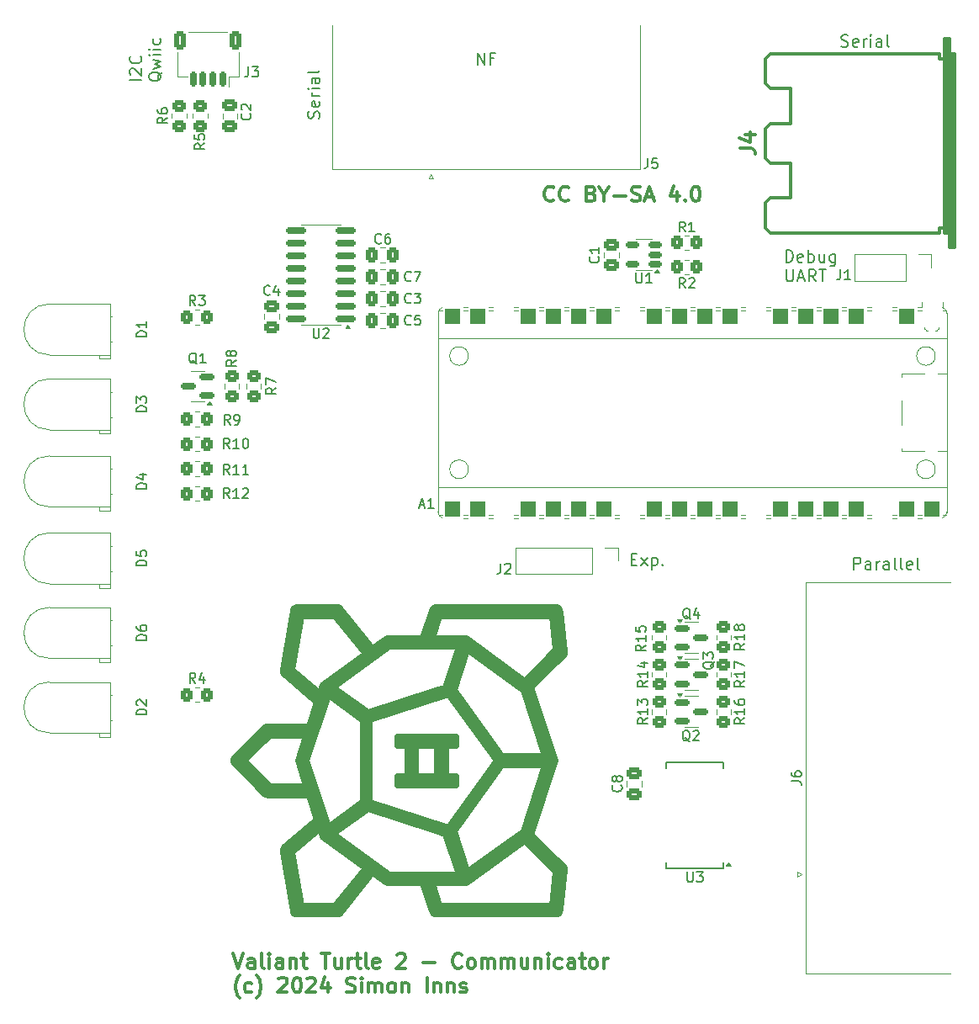
<source format=gto>
G04 #@! TF.GenerationSoftware,KiCad,Pcbnew,8.0.5*
G04 #@! TF.CreationDate,2024-10-24T17:49:52+02:00*
G04 #@! TF.ProjectId,vt2_communicator,7674325f-636f-46d6-9d75-6e696361746f,rev?*
G04 #@! TF.SameCoordinates,Original*
G04 #@! TF.FileFunction,Legend,Top*
G04 #@! TF.FilePolarity,Positive*
%FSLAX46Y46*%
G04 Gerber Fmt 4.6, Leading zero omitted, Abs format (unit mm)*
G04 Created by KiCad (PCBNEW 8.0.5) date 2024-10-24 17:49:52*
%MOMM*%
%LPD*%
G01*
G04 APERTURE LIST*
G04 Aperture macros list*
%AMRoundRect*
0 Rectangle with rounded corners*
0 $1 Rounding radius*
0 $2 $3 $4 $5 $6 $7 $8 $9 X,Y pos of 4 corners*
0 Add a 4 corners polygon primitive as box body*
4,1,4,$2,$3,$4,$5,$6,$7,$8,$9,$2,$3,0*
0 Add four circle primitives for the rounded corners*
1,1,$1+$1,$2,$3*
1,1,$1+$1,$4,$5*
1,1,$1+$1,$6,$7*
1,1,$1+$1,$8,$9*
0 Add four rect primitives between the rounded corners*
20,1,$1+$1,$2,$3,$4,$5,0*
20,1,$1+$1,$4,$5,$6,$7,0*
20,1,$1+$1,$6,$7,$8,$9,0*
20,1,$1+$1,$8,$9,$2,$3,0*%
%AMFreePoly0*
4,1,28,0.178017,0.779942,0.347107,0.720775,0.498792,0.625465,0.625465,0.498792,0.720775,0.347107,0.779942,0.178017,0.800000,0.000000,0.779942,-0.178017,0.720775,-0.347107,0.625465,-0.498792,0.498792,-0.625465,0.347107,-0.720775,0.178017,-0.779942,0.000000,-0.800000,-2.200000,-0.800000,-2.205014,-0.794986,-2.244504,-0.794986,-2.324698,-0.756366,-2.380194,-0.686777,-2.400000,-0.600000,
-2.400000,0.600000,-2.380194,0.686777,-2.324698,0.756366,-2.244504,0.794986,-2.205014,0.794986,-2.200000,0.800000,0.000000,0.800000,0.178017,0.779942,0.178017,0.779942,$1*%
%AMFreePoly1*
4,1,28,0.605014,0.794986,0.644504,0.794986,0.724698,0.756366,0.780194,0.686777,0.800000,0.600000,0.800000,-0.600000,0.780194,-0.686777,0.724698,-0.756366,0.644504,-0.794986,0.605014,-0.794986,0.600000,-0.800000,0.000000,-0.800000,-0.178017,-0.779942,-0.347107,-0.720775,-0.498792,-0.625465,-0.625465,-0.498792,-0.720775,-0.347107,-0.779942,-0.178017,-0.800000,0.000000,-0.779942,0.178017,
-0.720775,0.347107,-0.625465,0.498792,-0.498792,0.625465,-0.347107,0.720775,-0.178017,0.779942,0.000000,0.800000,0.600000,0.800000,0.605014,0.794986,0.605014,0.794986,$1*%
%AMFreePoly2*
4,1,29,0.605014,0.794986,0.644504,0.794986,0.724698,0.756366,0.780194,0.686777,0.800000,0.600000,0.800000,-0.600000,0.780194,-0.686777,0.724698,-0.756366,0.644504,-0.794986,0.605014,-0.794986,0.600000,-0.800000,0.000000,-0.800000,-1.600000,-0.800000,-1.778017,-0.779942,-1.947107,-0.720775,-2.098792,-0.625465,-2.225465,-0.498792,-2.320775,-0.347107,-2.379942,-0.178017,-2.400000,0.000000,
-2.379942,0.178017,-2.320775,0.347107,-2.225465,0.498792,-2.098792,0.625465,-1.947107,0.720775,-1.778017,0.779942,-1.600000,0.800000,0.600000,0.800000,0.605014,0.794986,0.605014,0.794986,$1*%
%AMFreePoly3*
4,1,28,0.178017,0.779942,0.347107,0.720775,0.498792,0.625465,0.625465,0.498792,0.720775,0.347107,0.779942,0.178017,0.800000,0.000000,0.779942,-0.178017,0.720775,-0.347107,0.625465,-0.498792,0.498792,-0.625465,0.347107,-0.720775,0.178017,-0.779942,0.000000,-0.800000,-0.600000,-0.800000,-0.605014,-0.794986,-0.644504,-0.794986,-0.724698,-0.756366,-0.780194,-0.686777,-0.800000,-0.600000,
-0.800000,0.600000,-0.780194,0.686777,-0.724698,0.756366,-0.644504,0.794986,-0.605014,0.794986,-0.600000,0.800000,0.000000,0.800000,0.178017,0.779942,0.178017,0.779942,$1*%
%AMFreePoly4*
4,1,29,1.778017,0.779942,1.947107,0.720775,2.098792,0.625465,2.225465,0.498792,2.320775,0.347107,2.379942,0.178017,2.400000,0.000000,2.379942,-0.178017,2.320775,-0.347107,2.225465,-0.498792,2.098792,-0.625465,1.947107,-0.720775,1.778017,-0.779942,1.600000,-0.800000,0.000000,-0.800000,-0.600000,-0.800000,-0.605014,-0.794986,-0.644504,-0.794986,-0.724698,-0.756366,-0.780194,-0.686777,
-0.800000,-0.600000,-0.800000,0.600000,-0.780194,0.686777,-0.724698,0.756366,-0.644504,0.794986,-0.605014,0.794986,-0.600000,0.800000,1.600000,0.800000,1.778017,0.779942,1.778017,0.779942,$1*%
G04 Aperture macros list end*
%ADD10C,0.500000*%
%ADD11C,0.200000*%
%ADD12C,0.300000*%
%ADD13C,0.150000*%
%ADD14C,0.304800*%
%ADD15C,0.120000*%
%ADD16C,2.499360*%
%ADD17RoundRect,0.250000X0.450000X-0.350000X0.450000X0.350000X-0.450000X0.350000X-0.450000X-0.350000X0*%
%ADD18RoundRect,0.250000X0.350000X0.450000X-0.350000X0.450000X-0.350000X-0.450000X0.350000X-0.450000X0*%
%ADD19R,1.800000X1.800000*%
%ADD20C,1.800000*%
%ADD21C,4.000000*%
%ADD22R,1.600000X1.600000*%
%ADD23C,1.600000*%
%ADD24C,3.200000*%
%ADD25R,1.700000X1.700000*%
%ADD26O,1.700000X1.700000*%
%ADD27RoundRect,0.250000X-0.350000X-0.450000X0.350000X-0.450000X0.350000X0.450000X-0.350000X0.450000X0*%
%ADD28RoundRect,0.150000X0.512500X0.150000X-0.512500X0.150000X-0.512500X-0.150000X0.512500X-0.150000X0*%
%ADD29R,1.750000X0.450000*%
%ADD30RoundRect,0.150000X0.825000X0.150000X-0.825000X0.150000X-0.825000X-0.150000X0.825000X-0.150000X0*%
%ADD31RoundRect,0.250000X-0.450000X0.350000X-0.450000X-0.350000X0.450000X-0.350000X0.450000X0.350000X0*%
%ADD32RoundRect,0.250000X0.475000X-0.337500X0.475000X0.337500X-0.475000X0.337500X-0.475000X-0.337500X0*%
%ADD33RoundRect,0.150000X0.587500X0.150000X-0.587500X0.150000X-0.587500X-0.150000X0.587500X-0.150000X0*%
%ADD34RoundRect,0.150000X-0.587500X-0.150000X0.587500X-0.150000X0.587500X0.150000X-0.587500X0.150000X0*%
%ADD35RoundRect,0.250000X0.337500X0.475000X-0.337500X0.475000X-0.337500X-0.475000X0.337500X-0.475000X0*%
%ADD36RoundRect,0.150000X0.150000X0.625000X-0.150000X0.625000X-0.150000X-0.625000X0.150000X-0.625000X0*%
%ADD37RoundRect,0.250000X0.350000X0.650000X-0.350000X0.650000X-0.350000X-0.650000X0.350000X-0.650000X0*%
%ADD38RoundRect,0.250000X-0.337500X-0.475000X0.337500X-0.475000X0.337500X0.475000X-0.337500X0.475000X0*%
%ADD39C,2.200000*%
%ADD40C,1.850000*%
%ADD41RoundRect,0.200000X-0.600000X0.600000X-0.600000X-0.600000X0.600000X-0.600000X0.600000X0.600000X0*%
%ADD42FreePoly0,270.000000*%
%ADD43RoundRect,0.800000X-0.000010X0.800000X-0.000010X-0.800000X0.000010X-0.800000X0.000010X0.800000X0*%
%ADD44FreePoly1,270.000000*%
%ADD45FreePoly2,270.000000*%
%ADD46FreePoly3,270.000000*%
%ADD47FreePoly4,270.000000*%
%ADD48RoundRect,0.250000X-0.475000X0.337500X-0.475000X-0.337500X0.475000X-0.337500X0.475000X0.337500X0*%
G04 APERTURE END LIST*
D10*
X143600000Y-123400000D02*
X142600000Y-123400000D01*
X142600000Y-126400000D01*
X143600000Y-126400000D01*
X143600000Y-127400000D01*
X137600000Y-127400000D01*
X137600000Y-126400000D01*
X138600000Y-126400000D01*
X138600000Y-123400000D01*
X139600000Y-123400000D01*
X139600000Y-126400000D01*
X141600000Y-126400000D01*
X141600000Y-123400000D01*
X139600000Y-123400000D01*
X138600000Y-123400000D01*
X137600000Y-123400000D01*
X137600000Y-122400000D01*
X143600000Y-122400000D01*
X143600000Y-123400000D01*
G36*
X143600000Y-123400000D02*
G01*
X142600000Y-123400000D01*
X142600000Y-126400000D01*
X143600000Y-126400000D01*
X143600000Y-127400000D01*
X137600000Y-127400000D01*
X137600000Y-126400000D01*
X138600000Y-126400000D01*
X138600000Y-123400000D01*
X139600000Y-123400000D01*
X139600000Y-126400000D01*
X141600000Y-126400000D01*
X141600000Y-123400000D01*
X139600000Y-123400000D01*
X138600000Y-123400000D01*
X137600000Y-123400000D01*
X137600000Y-122400000D01*
X143600000Y-122400000D01*
X143600000Y-123400000D01*
G37*
X131729410Y-109417000D02*
X131850000Y-109467000D01*
X131953560Y-109546500D01*
X135199410Y-113541400D01*
X136582790Y-112536300D01*
X140195154Y-112536300D01*
X141247339Y-112536300D01*
X144617210Y-112536300D01*
X150489881Y-116803020D01*
X153577001Y-113715900D01*
X153162500Y-110400000D01*
X141959421Y-110400000D01*
X141247339Y-112536300D01*
X140195154Y-112536300D01*
X141117029Y-109770600D01*
X141166986Y-109650000D01*
X141246439Y-109546500D01*
X141350000Y-109467000D01*
X141470590Y-109417000D01*
X141600000Y-109400000D01*
X153600000Y-109400000D01*
X153729402Y-109417000D01*
X153850000Y-109467000D01*
X153953500Y-109546500D01*
X154032999Y-109650000D01*
X154083002Y-109770600D01*
X154100000Y-109900000D01*
X154600000Y-113900000D01*
X154583002Y-114029400D01*
X154532999Y-114150000D01*
X154453500Y-114253600D01*
X151198400Y-117508700D01*
X153600000Y-124900000D01*
X151198400Y-132291300D01*
X154453500Y-135546400D01*
X154532999Y-135650000D01*
X154583002Y-135770600D01*
X154600000Y-135900000D01*
X154100000Y-139900000D01*
X154083002Y-140029400D01*
X154032999Y-140150000D01*
X153953500Y-140253500D01*
X153850000Y-140332999D01*
X153729402Y-140383000D01*
X153600000Y-140400000D01*
X141600000Y-140400000D01*
X141470590Y-140383000D01*
X141350000Y-140332999D01*
X141246439Y-140253500D01*
X141166986Y-140150000D01*
X141117029Y-140029400D01*
X140195154Y-137263701D01*
X141247339Y-137263701D01*
X141959421Y-139400000D01*
X153162500Y-139400000D01*
X153577001Y-136084101D01*
X150489881Y-132996981D01*
X144617210Y-137263701D01*
X141247339Y-137263701D01*
X140195154Y-137263701D01*
X136582790Y-137263701D01*
X135199410Y-136258601D01*
X131953560Y-140253500D01*
X131850000Y-140332999D01*
X131729410Y-140383000D01*
X131600000Y-140400000D01*
X127600000Y-140400000D01*
X127470600Y-140383000D01*
X127350000Y-140332999D01*
X127246500Y-140253500D01*
X127167000Y-140150000D01*
X127117000Y-140029400D01*
X126128417Y-134097891D01*
X127137500Y-134097891D01*
X128021200Y-139400000D01*
X131365440Y-139400000D01*
X134393520Y-135673100D01*
X130082800Y-132541201D01*
X129992223Y-132262431D01*
X131317130Y-132262431D01*
X136891809Y-136312701D01*
X143782461Y-136312701D01*
X142484340Y-132317469D01*
X141533252Y-132008440D01*
X143435400Y-132008440D01*
X144733511Y-136003699D01*
X150308191Y-131953421D01*
X152437500Y-125400000D01*
X148236721Y-125400000D01*
X143435400Y-132008440D01*
X141533252Y-132008440D01*
X134715660Y-129793261D01*
X131317130Y-132262431D01*
X129992223Y-132262431D01*
X129844400Y-131807471D01*
X127137500Y-134097891D01*
X126128417Y-134097891D01*
X126117000Y-134029391D01*
X126100000Y-133900000D01*
X126117000Y-133770590D01*
X126167000Y-133650000D01*
X126246500Y-133546439D01*
X129496500Y-130796441D01*
X129512000Y-130784510D01*
X128737200Y-128400000D01*
X124600000Y-128400000D01*
X124470600Y-128382960D01*
X124350000Y-128333001D01*
X124246500Y-128253550D01*
X121246500Y-125253546D01*
X121166999Y-125150000D01*
X121117000Y-125029395D01*
X121100000Y-124900000D01*
X122307100Y-124900000D01*
X124807100Y-127400000D01*
X128412300Y-127400000D01*
X127600000Y-124900000D01*
X128600000Y-124900000D01*
X130729350Y-131453421D01*
X134086245Y-129014490D01*
X134936880Y-129014490D01*
X142763120Y-131557391D01*
X147600000Y-124900000D01*
X142763120Y-118242609D01*
X134936880Y-120785509D01*
X134936880Y-129014490D01*
X134086245Y-129014490D01*
X134127880Y-128984240D01*
X134127880Y-120815760D01*
X134086244Y-120785509D01*
X130729350Y-118346580D01*
X128600000Y-124900000D01*
X127600000Y-124900000D01*
X128412300Y-122400000D01*
X124807100Y-122400000D01*
X122307100Y-124900000D01*
X121100000Y-124900000D01*
X121117000Y-124770605D01*
X121166999Y-124650000D01*
X121246500Y-124546454D01*
X124246500Y-121546450D01*
X124350000Y-121466999D01*
X124470600Y-121417040D01*
X124600000Y-121400000D01*
X128737200Y-121400000D01*
X129512000Y-119015490D01*
X129496500Y-119003560D01*
X126246500Y-116253560D01*
X126167000Y-116150000D01*
X126117000Y-116029410D01*
X126100000Y-115900000D01*
X126117000Y-115770610D01*
X126128417Y-115702110D01*
X127137500Y-115702110D01*
X129844400Y-117992529D01*
X129992223Y-117537569D01*
X131317130Y-117537569D01*
X134715660Y-120006740D01*
X141533250Y-117791560D01*
X143435400Y-117791560D01*
X148236721Y-124400000D01*
X152437500Y-124400000D01*
X150308191Y-117846580D01*
X144733511Y-113796300D01*
X143435400Y-117791560D01*
X141533250Y-117791560D01*
X142484340Y-117482530D01*
X143782461Y-113487300D01*
X136891809Y-113487300D01*
X131317130Y-117537569D01*
X129992223Y-117537569D01*
X130082800Y-117258800D01*
X134393520Y-114126900D01*
X131365440Y-110400000D01*
X128021200Y-110400000D01*
X127137500Y-115702110D01*
X126128417Y-115702110D01*
X127117000Y-109770600D01*
X127167000Y-109650000D01*
X127246500Y-109546500D01*
X127350000Y-109467000D01*
X127470600Y-109417000D01*
X127600000Y-109400000D01*
X131600000Y-109400000D01*
X131729410Y-109417000D01*
G36*
X131729410Y-109417000D02*
G01*
X131850000Y-109467000D01*
X131953560Y-109546500D01*
X135199410Y-113541400D01*
X136582790Y-112536300D01*
X140195154Y-112536300D01*
X141247339Y-112536300D01*
X144617210Y-112536300D01*
X150489881Y-116803020D01*
X153577001Y-113715900D01*
X153162500Y-110400000D01*
X141959421Y-110400000D01*
X141247339Y-112536300D01*
X140195154Y-112536300D01*
X141117029Y-109770600D01*
X141166986Y-109650000D01*
X141246439Y-109546500D01*
X141350000Y-109467000D01*
X141470590Y-109417000D01*
X141600000Y-109400000D01*
X153600000Y-109400000D01*
X153729402Y-109417000D01*
X153850000Y-109467000D01*
X153953500Y-109546500D01*
X154032999Y-109650000D01*
X154083002Y-109770600D01*
X154100000Y-109900000D01*
X154600000Y-113900000D01*
X154583002Y-114029400D01*
X154532999Y-114150000D01*
X154453500Y-114253600D01*
X151198400Y-117508700D01*
X153600000Y-124900000D01*
X151198400Y-132291300D01*
X154453500Y-135546400D01*
X154532999Y-135650000D01*
X154583002Y-135770600D01*
X154600000Y-135900000D01*
X154100000Y-139900000D01*
X154083002Y-140029400D01*
X154032999Y-140150000D01*
X153953500Y-140253500D01*
X153850000Y-140332999D01*
X153729402Y-140383000D01*
X153600000Y-140400000D01*
X141600000Y-140400000D01*
X141470590Y-140383000D01*
X141350000Y-140332999D01*
X141246439Y-140253500D01*
X141166986Y-140150000D01*
X141117029Y-140029400D01*
X140195154Y-137263701D01*
X141247339Y-137263701D01*
X141959421Y-139400000D01*
X153162500Y-139400000D01*
X153577001Y-136084101D01*
X150489881Y-132996981D01*
X144617210Y-137263701D01*
X141247339Y-137263701D01*
X140195154Y-137263701D01*
X136582790Y-137263701D01*
X135199410Y-136258601D01*
X131953560Y-140253500D01*
X131850000Y-140332999D01*
X131729410Y-140383000D01*
X131600000Y-140400000D01*
X127600000Y-140400000D01*
X127470600Y-140383000D01*
X127350000Y-140332999D01*
X127246500Y-140253500D01*
X127167000Y-140150000D01*
X127117000Y-140029400D01*
X126128417Y-134097891D01*
X127137500Y-134097891D01*
X128021200Y-139400000D01*
X131365440Y-139400000D01*
X134393520Y-135673100D01*
X130082800Y-132541201D01*
X129992223Y-132262431D01*
X131317130Y-132262431D01*
X136891809Y-136312701D01*
X143782461Y-136312701D01*
X142484340Y-132317469D01*
X141533252Y-132008440D01*
X143435400Y-132008440D01*
X144733511Y-136003699D01*
X150308191Y-131953421D01*
X152437500Y-125400000D01*
X148236721Y-125400000D01*
X143435400Y-132008440D01*
X141533252Y-132008440D01*
X134715660Y-129793261D01*
X131317130Y-132262431D01*
X129992223Y-132262431D01*
X129844400Y-131807471D01*
X127137500Y-134097891D01*
X126128417Y-134097891D01*
X126117000Y-134029391D01*
X126100000Y-133900000D01*
X126117000Y-133770590D01*
X126167000Y-133650000D01*
X126246500Y-133546439D01*
X129496500Y-130796441D01*
X129512000Y-130784510D01*
X128737200Y-128400000D01*
X124600000Y-128400000D01*
X124470600Y-128382960D01*
X124350000Y-128333001D01*
X124246500Y-128253550D01*
X121246500Y-125253546D01*
X121166999Y-125150000D01*
X121117000Y-125029395D01*
X121100000Y-124900000D01*
X122307100Y-124900000D01*
X124807100Y-127400000D01*
X128412300Y-127400000D01*
X127600000Y-124900000D01*
X128600000Y-124900000D01*
X130729350Y-131453421D01*
X134086245Y-129014490D01*
X134936880Y-129014490D01*
X142763120Y-131557391D01*
X147600000Y-124900000D01*
X142763120Y-118242609D01*
X134936880Y-120785509D01*
X134936880Y-129014490D01*
X134086245Y-129014490D01*
X134127880Y-128984240D01*
X134127880Y-120815760D01*
X134086244Y-120785509D01*
X130729350Y-118346580D01*
X128600000Y-124900000D01*
X127600000Y-124900000D01*
X128412300Y-122400000D01*
X124807100Y-122400000D01*
X122307100Y-124900000D01*
X121100000Y-124900000D01*
X121117000Y-124770605D01*
X121166999Y-124650000D01*
X121246500Y-124546454D01*
X124246500Y-121546450D01*
X124350000Y-121466999D01*
X124470600Y-121417040D01*
X124600000Y-121400000D01*
X128737200Y-121400000D01*
X129512000Y-119015490D01*
X129496500Y-119003560D01*
X126246500Y-116253560D01*
X126167000Y-116150000D01*
X126117000Y-116029410D01*
X126100000Y-115900000D01*
X126117000Y-115770610D01*
X126128417Y-115702110D01*
X127137500Y-115702110D01*
X129844400Y-117992529D01*
X129992223Y-117537569D01*
X131317130Y-117537569D01*
X134715660Y-120006740D01*
X141533250Y-117791560D01*
X143435400Y-117791560D01*
X148236721Y-124400000D01*
X152437500Y-124400000D01*
X150308191Y-117846580D01*
X144733511Y-113796300D01*
X143435400Y-117791560D01*
X141533250Y-117791560D01*
X142484340Y-117482530D01*
X143782461Y-113487300D01*
X136891809Y-113487300D01*
X131317130Y-117537569D01*
X129992223Y-117537569D01*
X130082800Y-117258800D01*
X134393520Y-114126900D01*
X131365440Y-110400000D01*
X128021200Y-110400000D01*
X127137500Y-115702110D01*
X126128417Y-115702110D01*
X127117000Y-109770600D01*
X127167000Y-109650000D01*
X127246500Y-109546500D01*
X127350000Y-109467000D01*
X127470600Y-109417000D01*
X127600000Y-109400000D01*
X131600000Y-109400000D01*
X131729410Y-109417000D01*
G37*
D11*
X176817292Y-74710809D02*
X176817292Y-73510809D01*
X176817292Y-73510809D02*
X177103006Y-73510809D01*
X177103006Y-73510809D02*
X177274435Y-73567952D01*
X177274435Y-73567952D02*
X177388720Y-73682238D01*
X177388720Y-73682238D02*
X177445863Y-73796524D01*
X177445863Y-73796524D02*
X177503006Y-74025095D01*
X177503006Y-74025095D02*
X177503006Y-74196524D01*
X177503006Y-74196524D02*
X177445863Y-74425095D01*
X177445863Y-74425095D02*
X177388720Y-74539381D01*
X177388720Y-74539381D02*
X177274435Y-74653667D01*
X177274435Y-74653667D02*
X177103006Y-74710809D01*
X177103006Y-74710809D02*
X176817292Y-74710809D01*
X178474435Y-74653667D02*
X178360149Y-74710809D01*
X178360149Y-74710809D02*
X178131578Y-74710809D01*
X178131578Y-74710809D02*
X178017292Y-74653667D01*
X178017292Y-74653667D02*
X177960149Y-74539381D01*
X177960149Y-74539381D02*
X177960149Y-74082238D01*
X177960149Y-74082238D02*
X178017292Y-73967952D01*
X178017292Y-73967952D02*
X178131578Y-73910809D01*
X178131578Y-73910809D02*
X178360149Y-73910809D01*
X178360149Y-73910809D02*
X178474435Y-73967952D01*
X178474435Y-73967952D02*
X178531578Y-74082238D01*
X178531578Y-74082238D02*
X178531578Y-74196524D01*
X178531578Y-74196524D02*
X177960149Y-74310809D01*
X179045863Y-74710809D02*
X179045863Y-73510809D01*
X179045863Y-73967952D02*
X179160149Y-73910809D01*
X179160149Y-73910809D02*
X179388720Y-73910809D01*
X179388720Y-73910809D02*
X179503006Y-73967952D01*
X179503006Y-73967952D02*
X179560149Y-74025095D01*
X179560149Y-74025095D02*
X179617291Y-74139381D01*
X179617291Y-74139381D02*
X179617291Y-74482238D01*
X179617291Y-74482238D02*
X179560149Y-74596524D01*
X179560149Y-74596524D02*
X179503006Y-74653667D01*
X179503006Y-74653667D02*
X179388720Y-74710809D01*
X179388720Y-74710809D02*
X179160149Y-74710809D01*
X179160149Y-74710809D02*
X179045863Y-74653667D01*
X180645863Y-73910809D02*
X180645863Y-74710809D01*
X180131577Y-73910809D02*
X180131577Y-74539381D01*
X180131577Y-74539381D02*
X180188720Y-74653667D01*
X180188720Y-74653667D02*
X180303005Y-74710809D01*
X180303005Y-74710809D02*
X180474434Y-74710809D01*
X180474434Y-74710809D02*
X180588720Y-74653667D01*
X180588720Y-74653667D02*
X180645863Y-74596524D01*
X181731577Y-73910809D02*
X181731577Y-74882238D01*
X181731577Y-74882238D02*
X181674434Y-74996524D01*
X181674434Y-74996524D02*
X181617291Y-75053667D01*
X181617291Y-75053667D02*
X181503005Y-75110809D01*
X181503005Y-75110809D02*
X181331577Y-75110809D01*
X181331577Y-75110809D02*
X181217291Y-75053667D01*
X181731577Y-74653667D02*
X181617291Y-74710809D01*
X181617291Y-74710809D02*
X181388719Y-74710809D01*
X181388719Y-74710809D02*
X181274434Y-74653667D01*
X181274434Y-74653667D02*
X181217291Y-74596524D01*
X181217291Y-74596524D02*
X181160148Y-74482238D01*
X181160148Y-74482238D02*
X181160148Y-74139381D01*
X181160148Y-74139381D02*
X181217291Y-74025095D01*
X181217291Y-74025095D02*
X181274434Y-73967952D01*
X181274434Y-73967952D02*
X181388719Y-73910809D01*
X181388719Y-73910809D02*
X181617291Y-73910809D01*
X181617291Y-73910809D02*
X181731577Y-73967952D01*
X176817292Y-75442742D02*
X176817292Y-76414171D01*
X176817292Y-76414171D02*
X176874435Y-76528457D01*
X176874435Y-76528457D02*
X176931578Y-76585600D01*
X176931578Y-76585600D02*
X177045863Y-76642742D01*
X177045863Y-76642742D02*
X177274435Y-76642742D01*
X177274435Y-76642742D02*
X177388720Y-76585600D01*
X177388720Y-76585600D02*
X177445863Y-76528457D01*
X177445863Y-76528457D02*
X177503006Y-76414171D01*
X177503006Y-76414171D02*
X177503006Y-75442742D01*
X178017292Y-76299885D02*
X178588721Y-76299885D01*
X177903006Y-76642742D02*
X178303006Y-75442742D01*
X178303006Y-75442742D02*
X178703006Y-76642742D01*
X179788720Y-76642742D02*
X179388720Y-76071314D01*
X179103006Y-76642742D02*
X179103006Y-75442742D01*
X179103006Y-75442742D02*
X179560149Y-75442742D01*
X179560149Y-75442742D02*
X179674434Y-75499885D01*
X179674434Y-75499885D02*
X179731577Y-75557028D01*
X179731577Y-75557028D02*
X179788720Y-75671314D01*
X179788720Y-75671314D02*
X179788720Y-75842742D01*
X179788720Y-75842742D02*
X179731577Y-75957028D01*
X179731577Y-75957028D02*
X179674434Y-76014171D01*
X179674434Y-76014171D02*
X179560149Y-76071314D01*
X179560149Y-76071314D02*
X179103006Y-76071314D01*
X180131577Y-75442742D02*
X180817292Y-75442742D01*
X180474434Y-76642742D02*
X180474434Y-75442742D01*
X183617292Y-105642742D02*
X183617292Y-104442742D01*
X183617292Y-104442742D02*
X184074435Y-104442742D01*
X184074435Y-104442742D02*
X184188720Y-104499885D01*
X184188720Y-104499885D02*
X184245863Y-104557028D01*
X184245863Y-104557028D02*
X184303006Y-104671314D01*
X184303006Y-104671314D02*
X184303006Y-104842742D01*
X184303006Y-104842742D02*
X184245863Y-104957028D01*
X184245863Y-104957028D02*
X184188720Y-105014171D01*
X184188720Y-105014171D02*
X184074435Y-105071314D01*
X184074435Y-105071314D02*
X183617292Y-105071314D01*
X185331578Y-105642742D02*
X185331578Y-105014171D01*
X185331578Y-105014171D02*
X185274435Y-104899885D01*
X185274435Y-104899885D02*
X185160149Y-104842742D01*
X185160149Y-104842742D02*
X184931578Y-104842742D01*
X184931578Y-104842742D02*
X184817292Y-104899885D01*
X185331578Y-105585600D02*
X185217292Y-105642742D01*
X185217292Y-105642742D02*
X184931578Y-105642742D01*
X184931578Y-105642742D02*
X184817292Y-105585600D01*
X184817292Y-105585600D02*
X184760149Y-105471314D01*
X184760149Y-105471314D02*
X184760149Y-105357028D01*
X184760149Y-105357028D02*
X184817292Y-105242742D01*
X184817292Y-105242742D02*
X184931578Y-105185600D01*
X184931578Y-105185600D02*
X185217292Y-105185600D01*
X185217292Y-105185600D02*
X185331578Y-105128457D01*
X185903006Y-105642742D02*
X185903006Y-104842742D01*
X185903006Y-105071314D02*
X185960149Y-104957028D01*
X185960149Y-104957028D02*
X186017292Y-104899885D01*
X186017292Y-104899885D02*
X186131577Y-104842742D01*
X186131577Y-104842742D02*
X186245863Y-104842742D01*
X187160149Y-105642742D02*
X187160149Y-105014171D01*
X187160149Y-105014171D02*
X187103006Y-104899885D01*
X187103006Y-104899885D02*
X186988720Y-104842742D01*
X186988720Y-104842742D02*
X186760149Y-104842742D01*
X186760149Y-104842742D02*
X186645863Y-104899885D01*
X187160149Y-105585600D02*
X187045863Y-105642742D01*
X187045863Y-105642742D02*
X186760149Y-105642742D01*
X186760149Y-105642742D02*
X186645863Y-105585600D01*
X186645863Y-105585600D02*
X186588720Y-105471314D01*
X186588720Y-105471314D02*
X186588720Y-105357028D01*
X186588720Y-105357028D02*
X186645863Y-105242742D01*
X186645863Y-105242742D02*
X186760149Y-105185600D01*
X186760149Y-105185600D02*
X187045863Y-105185600D01*
X187045863Y-105185600D02*
X187160149Y-105128457D01*
X187903005Y-105642742D02*
X187788720Y-105585600D01*
X187788720Y-105585600D02*
X187731577Y-105471314D01*
X187731577Y-105471314D02*
X187731577Y-104442742D01*
X188531576Y-105642742D02*
X188417291Y-105585600D01*
X188417291Y-105585600D02*
X188360148Y-105471314D01*
X188360148Y-105471314D02*
X188360148Y-104442742D01*
X189445862Y-105585600D02*
X189331576Y-105642742D01*
X189331576Y-105642742D02*
X189103005Y-105642742D01*
X189103005Y-105642742D02*
X188988719Y-105585600D01*
X188988719Y-105585600D02*
X188931576Y-105471314D01*
X188931576Y-105471314D02*
X188931576Y-105014171D01*
X188931576Y-105014171D02*
X188988719Y-104899885D01*
X188988719Y-104899885D02*
X189103005Y-104842742D01*
X189103005Y-104842742D02*
X189331576Y-104842742D01*
X189331576Y-104842742D02*
X189445862Y-104899885D01*
X189445862Y-104899885D02*
X189503005Y-105014171D01*
X189503005Y-105014171D02*
X189503005Y-105128457D01*
X189503005Y-105128457D02*
X188931576Y-105242742D01*
X190188718Y-105642742D02*
X190074433Y-105585600D01*
X190074433Y-105585600D02*
X190017290Y-105471314D01*
X190017290Y-105471314D02*
X190017290Y-104442742D01*
X111910809Y-56382707D02*
X110710809Y-56382707D01*
X110825095Y-55868421D02*
X110767952Y-55811278D01*
X110767952Y-55811278D02*
X110710809Y-55696993D01*
X110710809Y-55696993D02*
X110710809Y-55411278D01*
X110710809Y-55411278D02*
X110767952Y-55296993D01*
X110767952Y-55296993D02*
X110825095Y-55239850D01*
X110825095Y-55239850D02*
X110939381Y-55182707D01*
X110939381Y-55182707D02*
X111053667Y-55182707D01*
X111053667Y-55182707D02*
X111225095Y-55239850D01*
X111225095Y-55239850D02*
X111910809Y-55925564D01*
X111910809Y-55925564D02*
X111910809Y-55182707D01*
X111796524Y-53982707D02*
X111853667Y-54039850D01*
X111853667Y-54039850D02*
X111910809Y-54211278D01*
X111910809Y-54211278D02*
X111910809Y-54325564D01*
X111910809Y-54325564D02*
X111853667Y-54496993D01*
X111853667Y-54496993D02*
X111739381Y-54611278D01*
X111739381Y-54611278D02*
X111625095Y-54668421D01*
X111625095Y-54668421D02*
X111396524Y-54725564D01*
X111396524Y-54725564D02*
X111225095Y-54725564D01*
X111225095Y-54725564D02*
X110996524Y-54668421D01*
X110996524Y-54668421D02*
X110882238Y-54611278D01*
X110882238Y-54611278D02*
X110767952Y-54496993D01*
X110767952Y-54496993D02*
X110710809Y-54325564D01*
X110710809Y-54325564D02*
X110710809Y-54211278D01*
X110710809Y-54211278D02*
X110767952Y-54039850D01*
X110767952Y-54039850D02*
X110825095Y-53982707D01*
X113957028Y-55582707D02*
X113899885Y-55696993D01*
X113899885Y-55696993D02*
X113785600Y-55811279D01*
X113785600Y-55811279D02*
X113614171Y-55982707D01*
X113614171Y-55982707D02*
X113557028Y-56096993D01*
X113557028Y-56096993D02*
X113557028Y-56211279D01*
X113842742Y-56154136D02*
X113785600Y-56268422D01*
X113785600Y-56268422D02*
X113671314Y-56382707D01*
X113671314Y-56382707D02*
X113442742Y-56439850D01*
X113442742Y-56439850D02*
X113042742Y-56439850D01*
X113042742Y-56439850D02*
X112814171Y-56382707D01*
X112814171Y-56382707D02*
X112699885Y-56268422D01*
X112699885Y-56268422D02*
X112642742Y-56154136D01*
X112642742Y-56154136D02*
X112642742Y-55925564D01*
X112642742Y-55925564D02*
X112699885Y-55811279D01*
X112699885Y-55811279D02*
X112814171Y-55696993D01*
X112814171Y-55696993D02*
X113042742Y-55639850D01*
X113042742Y-55639850D02*
X113442742Y-55639850D01*
X113442742Y-55639850D02*
X113671314Y-55696993D01*
X113671314Y-55696993D02*
X113785600Y-55811279D01*
X113785600Y-55811279D02*
X113842742Y-55925564D01*
X113842742Y-55925564D02*
X113842742Y-56154136D01*
X113042742Y-55239850D02*
X113842742Y-55011279D01*
X113842742Y-55011279D02*
X113271314Y-54782707D01*
X113271314Y-54782707D02*
X113842742Y-54554136D01*
X113842742Y-54554136D02*
X113042742Y-54325564D01*
X113842742Y-53868421D02*
X113042742Y-53868421D01*
X112642742Y-53868421D02*
X112699885Y-53925564D01*
X112699885Y-53925564D02*
X112757028Y-53868421D01*
X112757028Y-53868421D02*
X112699885Y-53811278D01*
X112699885Y-53811278D02*
X112642742Y-53868421D01*
X112642742Y-53868421D02*
X112757028Y-53868421D01*
X113842742Y-53296992D02*
X113042742Y-53296992D01*
X112642742Y-53296992D02*
X112699885Y-53354135D01*
X112699885Y-53354135D02*
X112757028Y-53296992D01*
X112757028Y-53296992D02*
X112699885Y-53239849D01*
X112699885Y-53239849D02*
X112642742Y-53296992D01*
X112642742Y-53296992D02*
X112757028Y-53296992D01*
X113785600Y-52211278D02*
X113842742Y-52325563D01*
X113842742Y-52325563D02*
X113842742Y-52554135D01*
X113842742Y-52554135D02*
X113785600Y-52668420D01*
X113785600Y-52668420D02*
X113728457Y-52725563D01*
X113728457Y-52725563D02*
X113614171Y-52782706D01*
X113614171Y-52782706D02*
X113271314Y-52782706D01*
X113271314Y-52782706D02*
X113157028Y-52725563D01*
X113157028Y-52725563D02*
X113099885Y-52668420D01*
X113099885Y-52668420D02*
X113042742Y-52554135D01*
X113042742Y-52554135D02*
X113042742Y-52325563D01*
X113042742Y-52325563D02*
X113099885Y-52211278D01*
X182360149Y-52985600D02*
X182531578Y-53042742D01*
X182531578Y-53042742D02*
X182817292Y-53042742D01*
X182817292Y-53042742D02*
X182931578Y-52985600D01*
X182931578Y-52985600D02*
X182988720Y-52928457D01*
X182988720Y-52928457D02*
X183045863Y-52814171D01*
X183045863Y-52814171D02*
X183045863Y-52699885D01*
X183045863Y-52699885D02*
X182988720Y-52585600D01*
X182988720Y-52585600D02*
X182931578Y-52528457D01*
X182931578Y-52528457D02*
X182817292Y-52471314D01*
X182817292Y-52471314D02*
X182588720Y-52414171D01*
X182588720Y-52414171D02*
X182474435Y-52357028D01*
X182474435Y-52357028D02*
X182417292Y-52299885D01*
X182417292Y-52299885D02*
X182360149Y-52185600D01*
X182360149Y-52185600D02*
X182360149Y-52071314D01*
X182360149Y-52071314D02*
X182417292Y-51957028D01*
X182417292Y-51957028D02*
X182474435Y-51899885D01*
X182474435Y-51899885D02*
X182588720Y-51842742D01*
X182588720Y-51842742D02*
X182874435Y-51842742D01*
X182874435Y-51842742D02*
X183045863Y-51899885D01*
X184017292Y-52985600D02*
X183903006Y-53042742D01*
X183903006Y-53042742D02*
X183674435Y-53042742D01*
X183674435Y-53042742D02*
X183560149Y-52985600D01*
X183560149Y-52985600D02*
X183503006Y-52871314D01*
X183503006Y-52871314D02*
X183503006Y-52414171D01*
X183503006Y-52414171D02*
X183560149Y-52299885D01*
X183560149Y-52299885D02*
X183674435Y-52242742D01*
X183674435Y-52242742D02*
X183903006Y-52242742D01*
X183903006Y-52242742D02*
X184017292Y-52299885D01*
X184017292Y-52299885D02*
X184074435Y-52414171D01*
X184074435Y-52414171D02*
X184074435Y-52528457D01*
X184074435Y-52528457D02*
X183503006Y-52642742D01*
X184588720Y-53042742D02*
X184588720Y-52242742D01*
X184588720Y-52471314D02*
X184645863Y-52357028D01*
X184645863Y-52357028D02*
X184703006Y-52299885D01*
X184703006Y-52299885D02*
X184817291Y-52242742D01*
X184817291Y-52242742D02*
X184931577Y-52242742D01*
X185331577Y-53042742D02*
X185331577Y-52242742D01*
X185331577Y-51842742D02*
X185274434Y-51899885D01*
X185274434Y-51899885D02*
X185331577Y-51957028D01*
X185331577Y-51957028D02*
X185388720Y-51899885D01*
X185388720Y-51899885D02*
X185331577Y-51842742D01*
X185331577Y-51842742D02*
X185331577Y-51957028D01*
X186417292Y-53042742D02*
X186417292Y-52414171D01*
X186417292Y-52414171D02*
X186360149Y-52299885D01*
X186360149Y-52299885D02*
X186245863Y-52242742D01*
X186245863Y-52242742D02*
X186017292Y-52242742D01*
X186017292Y-52242742D02*
X185903006Y-52299885D01*
X186417292Y-52985600D02*
X186303006Y-53042742D01*
X186303006Y-53042742D02*
X186017292Y-53042742D01*
X186017292Y-53042742D02*
X185903006Y-52985600D01*
X185903006Y-52985600D02*
X185845863Y-52871314D01*
X185845863Y-52871314D02*
X185845863Y-52757028D01*
X185845863Y-52757028D02*
X185903006Y-52642742D01*
X185903006Y-52642742D02*
X186017292Y-52585600D01*
X186017292Y-52585600D02*
X186303006Y-52585600D01*
X186303006Y-52585600D02*
X186417292Y-52528457D01*
X187160148Y-53042742D02*
X187045863Y-52985600D01*
X187045863Y-52985600D02*
X186988720Y-52871314D01*
X186988720Y-52871314D02*
X186988720Y-51842742D01*
X161217292Y-104614171D02*
X161617292Y-104614171D01*
X161788720Y-105242742D02*
X161217292Y-105242742D01*
X161217292Y-105242742D02*
X161217292Y-104042742D01*
X161217292Y-104042742D02*
X161788720Y-104042742D01*
X162188720Y-105242742D02*
X162817292Y-104442742D01*
X162188720Y-104442742D02*
X162817292Y-105242742D01*
X163274435Y-104442742D02*
X163274435Y-105642742D01*
X163274435Y-104499885D02*
X163388721Y-104442742D01*
X163388721Y-104442742D02*
X163617292Y-104442742D01*
X163617292Y-104442742D02*
X163731578Y-104499885D01*
X163731578Y-104499885D02*
X163788721Y-104557028D01*
X163788721Y-104557028D02*
X163845863Y-104671314D01*
X163845863Y-104671314D02*
X163845863Y-105014171D01*
X163845863Y-105014171D02*
X163788721Y-105128457D01*
X163788721Y-105128457D02*
X163731578Y-105185600D01*
X163731578Y-105185600D02*
X163617292Y-105242742D01*
X163617292Y-105242742D02*
X163388721Y-105242742D01*
X163388721Y-105242742D02*
X163274435Y-105185600D01*
X164360149Y-105128457D02*
X164417292Y-105185600D01*
X164417292Y-105185600D02*
X164360149Y-105242742D01*
X164360149Y-105242742D02*
X164303006Y-105185600D01*
X164303006Y-105185600D02*
X164360149Y-105128457D01*
X164360149Y-105128457D02*
X164360149Y-105242742D01*
X129785600Y-60239850D02*
X129842742Y-60068422D01*
X129842742Y-60068422D02*
X129842742Y-59782707D01*
X129842742Y-59782707D02*
X129785600Y-59668422D01*
X129785600Y-59668422D02*
X129728457Y-59611279D01*
X129728457Y-59611279D02*
X129614171Y-59554136D01*
X129614171Y-59554136D02*
X129499885Y-59554136D01*
X129499885Y-59554136D02*
X129385600Y-59611279D01*
X129385600Y-59611279D02*
X129328457Y-59668422D01*
X129328457Y-59668422D02*
X129271314Y-59782707D01*
X129271314Y-59782707D02*
X129214171Y-60011279D01*
X129214171Y-60011279D02*
X129157028Y-60125564D01*
X129157028Y-60125564D02*
X129099885Y-60182707D01*
X129099885Y-60182707D02*
X128985600Y-60239850D01*
X128985600Y-60239850D02*
X128871314Y-60239850D01*
X128871314Y-60239850D02*
X128757028Y-60182707D01*
X128757028Y-60182707D02*
X128699885Y-60125564D01*
X128699885Y-60125564D02*
X128642742Y-60011279D01*
X128642742Y-60011279D02*
X128642742Y-59725564D01*
X128642742Y-59725564D02*
X128699885Y-59554136D01*
X129785600Y-58582707D02*
X129842742Y-58696993D01*
X129842742Y-58696993D02*
X129842742Y-58925565D01*
X129842742Y-58925565D02*
X129785600Y-59039850D01*
X129785600Y-59039850D02*
X129671314Y-59096993D01*
X129671314Y-59096993D02*
X129214171Y-59096993D01*
X129214171Y-59096993D02*
X129099885Y-59039850D01*
X129099885Y-59039850D02*
X129042742Y-58925565D01*
X129042742Y-58925565D02*
X129042742Y-58696993D01*
X129042742Y-58696993D02*
X129099885Y-58582707D01*
X129099885Y-58582707D02*
X129214171Y-58525565D01*
X129214171Y-58525565D02*
X129328457Y-58525565D01*
X129328457Y-58525565D02*
X129442742Y-59096993D01*
X129842742Y-58011279D02*
X129042742Y-58011279D01*
X129271314Y-58011279D02*
X129157028Y-57954136D01*
X129157028Y-57954136D02*
X129099885Y-57896994D01*
X129099885Y-57896994D02*
X129042742Y-57782708D01*
X129042742Y-57782708D02*
X129042742Y-57668422D01*
X129842742Y-57268422D02*
X129042742Y-57268422D01*
X128642742Y-57268422D02*
X128699885Y-57325565D01*
X128699885Y-57325565D02*
X128757028Y-57268422D01*
X128757028Y-57268422D02*
X128699885Y-57211279D01*
X128699885Y-57211279D02*
X128642742Y-57268422D01*
X128642742Y-57268422D02*
X128757028Y-57268422D01*
X129842742Y-56182708D02*
X129214171Y-56182708D01*
X129214171Y-56182708D02*
X129099885Y-56239850D01*
X129099885Y-56239850D02*
X129042742Y-56354136D01*
X129042742Y-56354136D02*
X129042742Y-56582708D01*
X129042742Y-56582708D02*
X129099885Y-56696993D01*
X129785600Y-56182708D02*
X129842742Y-56296993D01*
X129842742Y-56296993D02*
X129842742Y-56582708D01*
X129842742Y-56582708D02*
X129785600Y-56696993D01*
X129785600Y-56696993D02*
X129671314Y-56754136D01*
X129671314Y-56754136D02*
X129557028Y-56754136D01*
X129557028Y-56754136D02*
X129442742Y-56696993D01*
X129442742Y-56696993D02*
X129385600Y-56582708D01*
X129385600Y-56582708D02*
X129385600Y-56296993D01*
X129385600Y-56296993D02*
X129328457Y-56182708D01*
X129842742Y-55439851D02*
X129785600Y-55554136D01*
X129785600Y-55554136D02*
X129671314Y-55611279D01*
X129671314Y-55611279D02*
X128642742Y-55611279D01*
X145742857Y-54842742D02*
X145742857Y-53642742D01*
X145742857Y-53642742D02*
X146428571Y-54842742D01*
X146428571Y-54842742D02*
X146428571Y-53642742D01*
X147400000Y-54214171D02*
X147000000Y-54214171D01*
X147000000Y-54842742D02*
X147000000Y-53642742D01*
X147000000Y-53642742D02*
X147571428Y-53642742D01*
D12*
X153411653Y-68457971D02*
X153340225Y-68529400D01*
X153340225Y-68529400D02*
X153125939Y-68600828D01*
X153125939Y-68600828D02*
X152983082Y-68600828D01*
X152983082Y-68600828D02*
X152768796Y-68529400D01*
X152768796Y-68529400D02*
X152625939Y-68386542D01*
X152625939Y-68386542D02*
X152554510Y-68243685D01*
X152554510Y-68243685D02*
X152483082Y-67957971D01*
X152483082Y-67957971D02*
X152483082Y-67743685D01*
X152483082Y-67743685D02*
X152554510Y-67457971D01*
X152554510Y-67457971D02*
X152625939Y-67315114D01*
X152625939Y-67315114D02*
X152768796Y-67172257D01*
X152768796Y-67172257D02*
X152983082Y-67100828D01*
X152983082Y-67100828D02*
X153125939Y-67100828D01*
X153125939Y-67100828D02*
X153340225Y-67172257D01*
X153340225Y-67172257D02*
X153411653Y-67243685D01*
X154911653Y-68457971D02*
X154840225Y-68529400D01*
X154840225Y-68529400D02*
X154625939Y-68600828D01*
X154625939Y-68600828D02*
X154483082Y-68600828D01*
X154483082Y-68600828D02*
X154268796Y-68529400D01*
X154268796Y-68529400D02*
X154125939Y-68386542D01*
X154125939Y-68386542D02*
X154054510Y-68243685D01*
X154054510Y-68243685D02*
X153983082Y-67957971D01*
X153983082Y-67957971D02*
X153983082Y-67743685D01*
X153983082Y-67743685D02*
X154054510Y-67457971D01*
X154054510Y-67457971D02*
X154125939Y-67315114D01*
X154125939Y-67315114D02*
X154268796Y-67172257D01*
X154268796Y-67172257D02*
X154483082Y-67100828D01*
X154483082Y-67100828D02*
X154625939Y-67100828D01*
X154625939Y-67100828D02*
X154840225Y-67172257D01*
X154840225Y-67172257D02*
X154911653Y-67243685D01*
X157197367Y-67815114D02*
X157411653Y-67886542D01*
X157411653Y-67886542D02*
X157483082Y-67957971D01*
X157483082Y-67957971D02*
X157554510Y-68100828D01*
X157554510Y-68100828D02*
X157554510Y-68315114D01*
X157554510Y-68315114D02*
X157483082Y-68457971D01*
X157483082Y-68457971D02*
X157411653Y-68529400D01*
X157411653Y-68529400D02*
X157268796Y-68600828D01*
X157268796Y-68600828D02*
X156697367Y-68600828D01*
X156697367Y-68600828D02*
X156697367Y-67100828D01*
X156697367Y-67100828D02*
X157197367Y-67100828D01*
X157197367Y-67100828D02*
X157340225Y-67172257D01*
X157340225Y-67172257D02*
X157411653Y-67243685D01*
X157411653Y-67243685D02*
X157483082Y-67386542D01*
X157483082Y-67386542D02*
X157483082Y-67529400D01*
X157483082Y-67529400D02*
X157411653Y-67672257D01*
X157411653Y-67672257D02*
X157340225Y-67743685D01*
X157340225Y-67743685D02*
X157197367Y-67815114D01*
X157197367Y-67815114D02*
X156697367Y-67815114D01*
X158483082Y-67886542D02*
X158483082Y-68600828D01*
X157983082Y-67100828D02*
X158483082Y-67886542D01*
X158483082Y-67886542D02*
X158983082Y-67100828D01*
X159483081Y-68029400D02*
X160625939Y-68029400D01*
X161268796Y-68529400D02*
X161483082Y-68600828D01*
X161483082Y-68600828D02*
X161840224Y-68600828D01*
X161840224Y-68600828D02*
X161983082Y-68529400D01*
X161983082Y-68529400D02*
X162054510Y-68457971D01*
X162054510Y-68457971D02*
X162125939Y-68315114D01*
X162125939Y-68315114D02*
X162125939Y-68172257D01*
X162125939Y-68172257D02*
X162054510Y-68029400D01*
X162054510Y-68029400D02*
X161983082Y-67957971D01*
X161983082Y-67957971D02*
X161840224Y-67886542D01*
X161840224Y-67886542D02*
X161554510Y-67815114D01*
X161554510Y-67815114D02*
X161411653Y-67743685D01*
X161411653Y-67743685D02*
X161340224Y-67672257D01*
X161340224Y-67672257D02*
X161268796Y-67529400D01*
X161268796Y-67529400D02*
X161268796Y-67386542D01*
X161268796Y-67386542D02*
X161340224Y-67243685D01*
X161340224Y-67243685D02*
X161411653Y-67172257D01*
X161411653Y-67172257D02*
X161554510Y-67100828D01*
X161554510Y-67100828D02*
X161911653Y-67100828D01*
X161911653Y-67100828D02*
X162125939Y-67172257D01*
X162697367Y-68172257D02*
X163411653Y-68172257D01*
X162554510Y-68600828D02*
X163054510Y-67100828D01*
X163054510Y-67100828D02*
X163554510Y-68600828D01*
X165840224Y-67600828D02*
X165840224Y-68600828D01*
X165483081Y-67029400D02*
X165125938Y-68100828D01*
X165125938Y-68100828D02*
X166054509Y-68100828D01*
X166625937Y-68457971D02*
X166697366Y-68529400D01*
X166697366Y-68529400D02*
X166625937Y-68600828D01*
X166625937Y-68600828D02*
X166554509Y-68529400D01*
X166554509Y-68529400D02*
X166625937Y-68457971D01*
X166625937Y-68457971D02*
X166625937Y-68600828D01*
X167625938Y-67100828D02*
X167768795Y-67100828D01*
X167768795Y-67100828D02*
X167911652Y-67172257D01*
X167911652Y-67172257D02*
X167983081Y-67243685D01*
X167983081Y-67243685D02*
X168054509Y-67386542D01*
X168054509Y-67386542D02*
X168125938Y-67672257D01*
X168125938Y-67672257D02*
X168125938Y-68029400D01*
X168125938Y-68029400D02*
X168054509Y-68315114D01*
X168054509Y-68315114D02*
X167983081Y-68457971D01*
X167983081Y-68457971D02*
X167911652Y-68529400D01*
X167911652Y-68529400D02*
X167768795Y-68600828D01*
X167768795Y-68600828D02*
X167625938Y-68600828D01*
X167625938Y-68600828D02*
X167483081Y-68529400D01*
X167483081Y-68529400D02*
X167411652Y-68457971D01*
X167411652Y-68457971D02*
X167340223Y-68315114D01*
X167340223Y-68315114D02*
X167268795Y-68029400D01*
X167268795Y-68029400D02*
X167268795Y-67672257D01*
X167268795Y-67672257D02*
X167340223Y-67386542D01*
X167340223Y-67386542D02*
X167411652Y-67243685D01*
X167411652Y-67243685D02*
X167483081Y-67172257D01*
X167483081Y-67172257D02*
X167625938Y-67100828D01*
X121140225Y-144285912D02*
X121640225Y-145785912D01*
X121640225Y-145785912D02*
X122140225Y-144285912D01*
X123283082Y-145785912D02*
X123283082Y-145000198D01*
X123283082Y-145000198D02*
X123211653Y-144857341D01*
X123211653Y-144857341D02*
X123068796Y-144785912D01*
X123068796Y-144785912D02*
X122783082Y-144785912D01*
X122783082Y-144785912D02*
X122640224Y-144857341D01*
X123283082Y-145714484D02*
X123140224Y-145785912D01*
X123140224Y-145785912D02*
X122783082Y-145785912D01*
X122783082Y-145785912D02*
X122640224Y-145714484D01*
X122640224Y-145714484D02*
X122568796Y-145571626D01*
X122568796Y-145571626D02*
X122568796Y-145428769D01*
X122568796Y-145428769D02*
X122640224Y-145285912D01*
X122640224Y-145285912D02*
X122783082Y-145214484D01*
X122783082Y-145214484D02*
X123140224Y-145214484D01*
X123140224Y-145214484D02*
X123283082Y-145143055D01*
X124211653Y-145785912D02*
X124068796Y-145714484D01*
X124068796Y-145714484D02*
X123997367Y-145571626D01*
X123997367Y-145571626D02*
X123997367Y-144285912D01*
X124783081Y-145785912D02*
X124783081Y-144785912D01*
X124783081Y-144285912D02*
X124711653Y-144357341D01*
X124711653Y-144357341D02*
X124783081Y-144428769D01*
X124783081Y-144428769D02*
X124854510Y-144357341D01*
X124854510Y-144357341D02*
X124783081Y-144285912D01*
X124783081Y-144285912D02*
X124783081Y-144428769D01*
X126140225Y-145785912D02*
X126140225Y-145000198D01*
X126140225Y-145000198D02*
X126068796Y-144857341D01*
X126068796Y-144857341D02*
X125925939Y-144785912D01*
X125925939Y-144785912D02*
X125640225Y-144785912D01*
X125640225Y-144785912D02*
X125497367Y-144857341D01*
X126140225Y-145714484D02*
X125997367Y-145785912D01*
X125997367Y-145785912D02*
X125640225Y-145785912D01*
X125640225Y-145785912D02*
X125497367Y-145714484D01*
X125497367Y-145714484D02*
X125425939Y-145571626D01*
X125425939Y-145571626D02*
X125425939Y-145428769D01*
X125425939Y-145428769D02*
X125497367Y-145285912D01*
X125497367Y-145285912D02*
X125640225Y-145214484D01*
X125640225Y-145214484D02*
X125997367Y-145214484D01*
X125997367Y-145214484D02*
X126140225Y-145143055D01*
X126854510Y-144785912D02*
X126854510Y-145785912D01*
X126854510Y-144928769D02*
X126925939Y-144857341D01*
X126925939Y-144857341D02*
X127068796Y-144785912D01*
X127068796Y-144785912D02*
X127283082Y-144785912D01*
X127283082Y-144785912D02*
X127425939Y-144857341D01*
X127425939Y-144857341D02*
X127497368Y-145000198D01*
X127497368Y-145000198D02*
X127497368Y-145785912D01*
X127997368Y-144785912D02*
X128568796Y-144785912D01*
X128211653Y-144285912D02*
X128211653Y-145571626D01*
X128211653Y-145571626D02*
X128283082Y-145714484D01*
X128283082Y-145714484D02*
X128425939Y-145785912D01*
X128425939Y-145785912D02*
X128568796Y-145785912D01*
X129997368Y-144285912D02*
X130854511Y-144285912D01*
X130425939Y-145785912D02*
X130425939Y-144285912D01*
X131997368Y-144785912D02*
X131997368Y-145785912D01*
X131354510Y-144785912D02*
X131354510Y-145571626D01*
X131354510Y-145571626D02*
X131425939Y-145714484D01*
X131425939Y-145714484D02*
X131568796Y-145785912D01*
X131568796Y-145785912D02*
X131783082Y-145785912D01*
X131783082Y-145785912D02*
X131925939Y-145714484D01*
X131925939Y-145714484D02*
X131997368Y-145643055D01*
X132711653Y-145785912D02*
X132711653Y-144785912D01*
X132711653Y-145071626D02*
X132783082Y-144928769D01*
X132783082Y-144928769D02*
X132854511Y-144857341D01*
X132854511Y-144857341D02*
X132997368Y-144785912D01*
X132997368Y-144785912D02*
X133140225Y-144785912D01*
X133425939Y-144785912D02*
X133997367Y-144785912D01*
X133640224Y-144285912D02*
X133640224Y-145571626D01*
X133640224Y-145571626D02*
X133711653Y-145714484D01*
X133711653Y-145714484D02*
X133854510Y-145785912D01*
X133854510Y-145785912D02*
X133997367Y-145785912D01*
X134711653Y-145785912D02*
X134568796Y-145714484D01*
X134568796Y-145714484D02*
X134497367Y-145571626D01*
X134497367Y-145571626D02*
X134497367Y-144285912D01*
X135854510Y-145714484D02*
X135711653Y-145785912D01*
X135711653Y-145785912D02*
X135425939Y-145785912D01*
X135425939Y-145785912D02*
X135283081Y-145714484D01*
X135283081Y-145714484D02*
X135211653Y-145571626D01*
X135211653Y-145571626D02*
X135211653Y-145000198D01*
X135211653Y-145000198D02*
X135283081Y-144857341D01*
X135283081Y-144857341D02*
X135425939Y-144785912D01*
X135425939Y-144785912D02*
X135711653Y-144785912D01*
X135711653Y-144785912D02*
X135854510Y-144857341D01*
X135854510Y-144857341D02*
X135925939Y-145000198D01*
X135925939Y-145000198D02*
X135925939Y-145143055D01*
X135925939Y-145143055D02*
X135211653Y-145285912D01*
X137640224Y-144428769D02*
X137711652Y-144357341D01*
X137711652Y-144357341D02*
X137854510Y-144285912D01*
X137854510Y-144285912D02*
X138211652Y-144285912D01*
X138211652Y-144285912D02*
X138354510Y-144357341D01*
X138354510Y-144357341D02*
X138425938Y-144428769D01*
X138425938Y-144428769D02*
X138497367Y-144571626D01*
X138497367Y-144571626D02*
X138497367Y-144714484D01*
X138497367Y-144714484D02*
X138425938Y-144928769D01*
X138425938Y-144928769D02*
X137568795Y-145785912D01*
X137568795Y-145785912D02*
X138497367Y-145785912D01*
X140283080Y-145214484D02*
X141425938Y-145214484D01*
X144140223Y-145643055D02*
X144068795Y-145714484D01*
X144068795Y-145714484D02*
X143854509Y-145785912D01*
X143854509Y-145785912D02*
X143711652Y-145785912D01*
X143711652Y-145785912D02*
X143497366Y-145714484D01*
X143497366Y-145714484D02*
X143354509Y-145571626D01*
X143354509Y-145571626D02*
X143283080Y-145428769D01*
X143283080Y-145428769D02*
X143211652Y-145143055D01*
X143211652Y-145143055D02*
X143211652Y-144928769D01*
X143211652Y-144928769D02*
X143283080Y-144643055D01*
X143283080Y-144643055D02*
X143354509Y-144500198D01*
X143354509Y-144500198D02*
X143497366Y-144357341D01*
X143497366Y-144357341D02*
X143711652Y-144285912D01*
X143711652Y-144285912D02*
X143854509Y-144285912D01*
X143854509Y-144285912D02*
X144068795Y-144357341D01*
X144068795Y-144357341D02*
X144140223Y-144428769D01*
X144997366Y-145785912D02*
X144854509Y-145714484D01*
X144854509Y-145714484D02*
X144783080Y-145643055D01*
X144783080Y-145643055D02*
X144711652Y-145500198D01*
X144711652Y-145500198D02*
X144711652Y-145071626D01*
X144711652Y-145071626D02*
X144783080Y-144928769D01*
X144783080Y-144928769D02*
X144854509Y-144857341D01*
X144854509Y-144857341D02*
X144997366Y-144785912D01*
X144997366Y-144785912D02*
X145211652Y-144785912D01*
X145211652Y-144785912D02*
X145354509Y-144857341D01*
X145354509Y-144857341D02*
X145425938Y-144928769D01*
X145425938Y-144928769D02*
X145497366Y-145071626D01*
X145497366Y-145071626D02*
X145497366Y-145500198D01*
X145497366Y-145500198D02*
X145425938Y-145643055D01*
X145425938Y-145643055D02*
X145354509Y-145714484D01*
X145354509Y-145714484D02*
X145211652Y-145785912D01*
X145211652Y-145785912D02*
X144997366Y-145785912D01*
X146140223Y-145785912D02*
X146140223Y-144785912D01*
X146140223Y-144928769D02*
X146211652Y-144857341D01*
X146211652Y-144857341D02*
X146354509Y-144785912D01*
X146354509Y-144785912D02*
X146568795Y-144785912D01*
X146568795Y-144785912D02*
X146711652Y-144857341D01*
X146711652Y-144857341D02*
X146783081Y-145000198D01*
X146783081Y-145000198D02*
X146783081Y-145785912D01*
X146783081Y-145000198D02*
X146854509Y-144857341D01*
X146854509Y-144857341D02*
X146997366Y-144785912D01*
X146997366Y-144785912D02*
X147211652Y-144785912D01*
X147211652Y-144785912D02*
X147354509Y-144857341D01*
X147354509Y-144857341D02*
X147425938Y-145000198D01*
X147425938Y-145000198D02*
X147425938Y-145785912D01*
X148140223Y-145785912D02*
X148140223Y-144785912D01*
X148140223Y-144928769D02*
X148211652Y-144857341D01*
X148211652Y-144857341D02*
X148354509Y-144785912D01*
X148354509Y-144785912D02*
X148568795Y-144785912D01*
X148568795Y-144785912D02*
X148711652Y-144857341D01*
X148711652Y-144857341D02*
X148783081Y-145000198D01*
X148783081Y-145000198D02*
X148783081Y-145785912D01*
X148783081Y-145000198D02*
X148854509Y-144857341D01*
X148854509Y-144857341D02*
X148997366Y-144785912D01*
X148997366Y-144785912D02*
X149211652Y-144785912D01*
X149211652Y-144785912D02*
X149354509Y-144857341D01*
X149354509Y-144857341D02*
X149425938Y-145000198D01*
X149425938Y-145000198D02*
X149425938Y-145785912D01*
X150783081Y-144785912D02*
X150783081Y-145785912D01*
X150140223Y-144785912D02*
X150140223Y-145571626D01*
X150140223Y-145571626D02*
X150211652Y-145714484D01*
X150211652Y-145714484D02*
X150354509Y-145785912D01*
X150354509Y-145785912D02*
X150568795Y-145785912D01*
X150568795Y-145785912D02*
X150711652Y-145714484D01*
X150711652Y-145714484D02*
X150783081Y-145643055D01*
X151497366Y-144785912D02*
X151497366Y-145785912D01*
X151497366Y-144928769D02*
X151568795Y-144857341D01*
X151568795Y-144857341D02*
X151711652Y-144785912D01*
X151711652Y-144785912D02*
X151925938Y-144785912D01*
X151925938Y-144785912D02*
X152068795Y-144857341D01*
X152068795Y-144857341D02*
X152140224Y-145000198D01*
X152140224Y-145000198D02*
X152140224Y-145785912D01*
X152854509Y-145785912D02*
X152854509Y-144785912D01*
X152854509Y-144285912D02*
X152783081Y-144357341D01*
X152783081Y-144357341D02*
X152854509Y-144428769D01*
X152854509Y-144428769D02*
X152925938Y-144357341D01*
X152925938Y-144357341D02*
X152854509Y-144285912D01*
X152854509Y-144285912D02*
X152854509Y-144428769D01*
X154211653Y-145714484D02*
X154068795Y-145785912D01*
X154068795Y-145785912D02*
X153783081Y-145785912D01*
X153783081Y-145785912D02*
X153640224Y-145714484D01*
X153640224Y-145714484D02*
X153568795Y-145643055D01*
X153568795Y-145643055D02*
X153497367Y-145500198D01*
X153497367Y-145500198D02*
X153497367Y-145071626D01*
X153497367Y-145071626D02*
X153568795Y-144928769D01*
X153568795Y-144928769D02*
X153640224Y-144857341D01*
X153640224Y-144857341D02*
X153783081Y-144785912D01*
X153783081Y-144785912D02*
X154068795Y-144785912D01*
X154068795Y-144785912D02*
X154211653Y-144857341D01*
X155497367Y-145785912D02*
X155497367Y-145000198D01*
X155497367Y-145000198D02*
X155425938Y-144857341D01*
X155425938Y-144857341D02*
X155283081Y-144785912D01*
X155283081Y-144785912D02*
X154997367Y-144785912D01*
X154997367Y-144785912D02*
X154854509Y-144857341D01*
X155497367Y-145714484D02*
X155354509Y-145785912D01*
X155354509Y-145785912D02*
X154997367Y-145785912D01*
X154997367Y-145785912D02*
X154854509Y-145714484D01*
X154854509Y-145714484D02*
X154783081Y-145571626D01*
X154783081Y-145571626D02*
X154783081Y-145428769D01*
X154783081Y-145428769D02*
X154854509Y-145285912D01*
X154854509Y-145285912D02*
X154997367Y-145214484D01*
X154997367Y-145214484D02*
X155354509Y-145214484D01*
X155354509Y-145214484D02*
X155497367Y-145143055D01*
X155997367Y-144785912D02*
X156568795Y-144785912D01*
X156211652Y-144285912D02*
X156211652Y-145571626D01*
X156211652Y-145571626D02*
X156283081Y-145714484D01*
X156283081Y-145714484D02*
X156425938Y-145785912D01*
X156425938Y-145785912D02*
X156568795Y-145785912D01*
X157283081Y-145785912D02*
X157140224Y-145714484D01*
X157140224Y-145714484D02*
X157068795Y-145643055D01*
X157068795Y-145643055D02*
X156997367Y-145500198D01*
X156997367Y-145500198D02*
X156997367Y-145071626D01*
X156997367Y-145071626D02*
X157068795Y-144928769D01*
X157068795Y-144928769D02*
X157140224Y-144857341D01*
X157140224Y-144857341D02*
X157283081Y-144785912D01*
X157283081Y-144785912D02*
X157497367Y-144785912D01*
X157497367Y-144785912D02*
X157640224Y-144857341D01*
X157640224Y-144857341D02*
X157711653Y-144928769D01*
X157711653Y-144928769D02*
X157783081Y-145071626D01*
X157783081Y-145071626D02*
X157783081Y-145500198D01*
X157783081Y-145500198D02*
X157711653Y-145643055D01*
X157711653Y-145643055D02*
X157640224Y-145714484D01*
X157640224Y-145714484D02*
X157497367Y-145785912D01*
X157497367Y-145785912D02*
X157283081Y-145785912D01*
X158425938Y-145785912D02*
X158425938Y-144785912D01*
X158425938Y-145071626D02*
X158497367Y-144928769D01*
X158497367Y-144928769D02*
X158568796Y-144857341D01*
X158568796Y-144857341D02*
X158711653Y-144785912D01*
X158711653Y-144785912D02*
X158854510Y-144785912D01*
X121783082Y-148772257D02*
X121711653Y-148700828D01*
X121711653Y-148700828D02*
X121568796Y-148486542D01*
X121568796Y-148486542D02*
X121497368Y-148343685D01*
X121497368Y-148343685D02*
X121425939Y-148129400D01*
X121425939Y-148129400D02*
X121354510Y-147772257D01*
X121354510Y-147772257D02*
X121354510Y-147486542D01*
X121354510Y-147486542D02*
X121425939Y-147129400D01*
X121425939Y-147129400D02*
X121497368Y-146915114D01*
X121497368Y-146915114D02*
X121568796Y-146772257D01*
X121568796Y-146772257D02*
X121711653Y-146557971D01*
X121711653Y-146557971D02*
X121783082Y-146486542D01*
X122997368Y-148129400D02*
X122854510Y-148200828D01*
X122854510Y-148200828D02*
X122568796Y-148200828D01*
X122568796Y-148200828D02*
X122425939Y-148129400D01*
X122425939Y-148129400D02*
X122354510Y-148057971D01*
X122354510Y-148057971D02*
X122283082Y-147915114D01*
X122283082Y-147915114D02*
X122283082Y-147486542D01*
X122283082Y-147486542D02*
X122354510Y-147343685D01*
X122354510Y-147343685D02*
X122425939Y-147272257D01*
X122425939Y-147272257D02*
X122568796Y-147200828D01*
X122568796Y-147200828D02*
X122854510Y-147200828D01*
X122854510Y-147200828D02*
X122997368Y-147272257D01*
X123497367Y-148772257D02*
X123568796Y-148700828D01*
X123568796Y-148700828D02*
X123711653Y-148486542D01*
X123711653Y-148486542D02*
X123783082Y-148343685D01*
X123783082Y-148343685D02*
X123854510Y-148129400D01*
X123854510Y-148129400D02*
X123925939Y-147772257D01*
X123925939Y-147772257D02*
X123925939Y-147486542D01*
X123925939Y-147486542D02*
X123854510Y-147129400D01*
X123854510Y-147129400D02*
X123783082Y-146915114D01*
X123783082Y-146915114D02*
X123711653Y-146772257D01*
X123711653Y-146772257D02*
X123568796Y-146557971D01*
X123568796Y-146557971D02*
X123497367Y-146486542D01*
X125711653Y-146843685D02*
X125783081Y-146772257D01*
X125783081Y-146772257D02*
X125925939Y-146700828D01*
X125925939Y-146700828D02*
X126283081Y-146700828D01*
X126283081Y-146700828D02*
X126425939Y-146772257D01*
X126425939Y-146772257D02*
X126497367Y-146843685D01*
X126497367Y-146843685D02*
X126568796Y-146986542D01*
X126568796Y-146986542D02*
X126568796Y-147129400D01*
X126568796Y-147129400D02*
X126497367Y-147343685D01*
X126497367Y-147343685D02*
X125640224Y-148200828D01*
X125640224Y-148200828D02*
X126568796Y-148200828D01*
X127497367Y-146700828D02*
X127640224Y-146700828D01*
X127640224Y-146700828D02*
X127783081Y-146772257D01*
X127783081Y-146772257D02*
X127854510Y-146843685D01*
X127854510Y-146843685D02*
X127925938Y-146986542D01*
X127925938Y-146986542D02*
X127997367Y-147272257D01*
X127997367Y-147272257D02*
X127997367Y-147629400D01*
X127997367Y-147629400D02*
X127925938Y-147915114D01*
X127925938Y-147915114D02*
X127854510Y-148057971D01*
X127854510Y-148057971D02*
X127783081Y-148129400D01*
X127783081Y-148129400D02*
X127640224Y-148200828D01*
X127640224Y-148200828D02*
X127497367Y-148200828D01*
X127497367Y-148200828D02*
X127354510Y-148129400D01*
X127354510Y-148129400D02*
X127283081Y-148057971D01*
X127283081Y-148057971D02*
X127211652Y-147915114D01*
X127211652Y-147915114D02*
X127140224Y-147629400D01*
X127140224Y-147629400D02*
X127140224Y-147272257D01*
X127140224Y-147272257D02*
X127211652Y-146986542D01*
X127211652Y-146986542D02*
X127283081Y-146843685D01*
X127283081Y-146843685D02*
X127354510Y-146772257D01*
X127354510Y-146772257D02*
X127497367Y-146700828D01*
X128568795Y-146843685D02*
X128640223Y-146772257D01*
X128640223Y-146772257D02*
X128783081Y-146700828D01*
X128783081Y-146700828D02*
X129140223Y-146700828D01*
X129140223Y-146700828D02*
X129283081Y-146772257D01*
X129283081Y-146772257D02*
X129354509Y-146843685D01*
X129354509Y-146843685D02*
X129425938Y-146986542D01*
X129425938Y-146986542D02*
X129425938Y-147129400D01*
X129425938Y-147129400D02*
X129354509Y-147343685D01*
X129354509Y-147343685D02*
X128497366Y-148200828D01*
X128497366Y-148200828D02*
X129425938Y-148200828D01*
X130711652Y-147200828D02*
X130711652Y-148200828D01*
X130354509Y-146629400D02*
X129997366Y-147700828D01*
X129997366Y-147700828D02*
X130925937Y-147700828D01*
X132568794Y-148129400D02*
X132783080Y-148200828D01*
X132783080Y-148200828D02*
X133140222Y-148200828D01*
X133140222Y-148200828D02*
X133283080Y-148129400D01*
X133283080Y-148129400D02*
X133354508Y-148057971D01*
X133354508Y-148057971D02*
X133425937Y-147915114D01*
X133425937Y-147915114D02*
X133425937Y-147772257D01*
X133425937Y-147772257D02*
X133354508Y-147629400D01*
X133354508Y-147629400D02*
X133283080Y-147557971D01*
X133283080Y-147557971D02*
X133140222Y-147486542D01*
X133140222Y-147486542D02*
X132854508Y-147415114D01*
X132854508Y-147415114D02*
X132711651Y-147343685D01*
X132711651Y-147343685D02*
X132640222Y-147272257D01*
X132640222Y-147272257D02*
X132568794Y-147129400D01*
X132568794Y-147129400D02*
X132568794Y-146986542D01*
X132568794Y-146986542D02*
X132640222Y-146843685D01*
X132640222Y-146843685D02*
X132711651Y-146772257D01*
X132711651Y-146772257D02*
X132854508Y-146700828D01*
X132854508Y-146700828D02*
X133211651Y-146700828D01*
X133211651Y-146700828D02*
X133425937Y-146772257D01*
X134068793Y-148200828D02*
X134068793Y-147200828D01*
X134068793Y-146700828D02*
X133997365Y-146772257D01*
X133997365Y-146772257D02*
X134068793Y-146843685D01*
X134068793Y-146843685D02*
X134140222Y-146772257D01*
X134140222Y-146772257D02*
X134068793Y-146700828D01*
X134068793Y-146700828D02*
X134068793Y-146843685D01*
X134783079Y-148200828D02*
X134783079Y-147200828D01*
X134783079Y-147343685D02*
X134854508Y-147272257D01*
X134854508Y-147272257D02*
X134997365Y-147200828D01*
X134997365Y-147200828D02*
X135211651Y-147200828D01*
X135211651Y-147200828D02*
X135354508Y-147272257D01*
X135354508Y-147272257D02*
X135425937Y-147415114D01*
X135425937Y-147415114D02*
X135425937Y-148200828D01*
X135425937Y-147415114D02*
X135497365Y-147272257D01*
X135497365Y-147272257D02*
X135640222Y-147200828D01*
X135640222Y-147200828D02*
X135854508Y-147200828D01*
X135854508Y-147200828D02*
X135997365Y-147272257D01*
X135997365Y-147272257D02*
X136068794Y-147415114D01*
X136068794Y-147415114D02*
X136068794Y-148200828D01*
X136997365Y-148200828D02*
X136854508Y-148129400D01*
X136854508Y-148129400D02*
X136783079Y-148057971D01*
X136783079Y-148057971D02*
X136711651Y-147915114D01*
X136711651Y-147915114D02*
X136711651Y-147486542D01*
X136711651Y-147486542D02*
X136783079Y-147343685D01*
X136783079Y-147343685D02*
X136854508Y-147272257D01*
X136854508Y-147272257D02*
X136997365Y-147200828D01*
X136997365Y-147200828D02*
X137211651Y-147200828D01*
X137211651Y-147200828D02*
X137354508Y-147272257D01*
X137354508Y-147272257D02*
X137425937Y-147343685D01*
X137425937Y-147343685D02*
X137497365Y-147486542D01*
X137497365Y-147486542D02*
X137497365Y-147915114D01*
X137497365Y-147915114D02*
X137425937Y-148057971D01*
X137425937Y-148057971D02*
X137354508Y-148129400D01*
X137354508Y-148129400D02*
X137211651Y-148200828D01*
X137211651Y-148200828D02*
X136997365Y-148200828D01*
X138140222Y-147200828D02*
X138140222Y-148200828D01*
X138140222Y-147343685D02*
X138211651Y-147272257D01*
X138211651Y-147272257D02*
X138354508Y-147200828D01*
X138354508Y-147200828D02*
X138568794Y-147200828D01*
X138568794Y-147200828D02*
X138711651Y-147272257D01*
X138711651Y-147272257D02*
X138783080Y-147415114D01*
X138783080Y-147415114D02*
X138783080Y-148200828D01*
X140640222Y-148200828D02*
X140640222Y-146700828D01*
X141354508Y-147200828D02*
X141354508Y-148200828D01*
X141354508Y-147343685D02*
X141425937Y-147272257D01*
X141425937Y-147272257D02*
X141568794Y-147200828D01*
X141568794Y-147200828D02*
X141783080Y-147200828D01*
X141783080Y-147200828D02*
X141925937Y-147272257D01*
X141925937Y-147272257D02*
X141997366Y-147415114D01*
X141997366Y-147415114D02*
X141997366Y-148200828D01*
X142711651Y-147200828D02*
X142711651Y-148200828D01*
X142711651Y-147343685D02*
X142783080Y-147272257D01*
X142783080Y-147272257D02*
X142925937Y-147200828D01*
X142925937Y-147200828D02*
X143140223Y-147200828D01*
X143140223Y-147200828D02*
X143283080Y-147272257D01*
X143283080Y-147272257D02*
X143354509Y-147415114D01*
X143354509Y-147415114D02*
X143354509Y-148200828D01*
X143997366Y-148129400D02*
X144140223Y-148200828D01*
X144140223Y-148200828D02*
X144425937Y-148200828D01*
X144425937Y-148200828D02*
X144568794Y-148129400D01*
X144568794Y-148129400D02*
X144640223Y-147986542D01*
X144640223Y-147986542D02*
X144640223Y-147915114D01*
X144640223Y-147915114D02*
X144568794Y-147772257D01*
X144568794Y-147772257D02*
X144425937Y-147700828D01*
X144425937Y-147700828D02*
X144211652Y-147700828D01*
X144211652Y-147700828D02*
X144068794Y-147629400D01*
X144068794Y-147629400D02*
X143997366Y-147486542D01*
X143997366Y-147486542D02*
X143997366Y-147415114D01*
X143997366Y-147415114D02*
X144068794Y-147272257D01*
X144068794Y-147272257D02*
X144211652Y-147200828D01*
X144211652Y-147200828D02*
X144425937Y-147200828D01*
X144425937Y-147200828D02*
X144568794Y-147272257D01*
D13*
X125454819Y-87366666D02*
X124978628Y-87699999D01*
X125454819Y-87938094D02*
X124454819Y-87938094D01*
X124454819Y-87938094D02*
X124454819Y-87557142D01*
X124454819Y-87557142D02*
X124502438Y-87461904D01*
X124502438Y-87461904D02*
X124550057Y-87414285D01*
X124550057Y-87414285D02*
X124645295Y-87366666D01*
X124645295Y-87366666D02*
X124788152Y-87366666D01*
X124788152Y-87366666D02*
X124883390Y-87414285D01*
X124883390Y-87414285D02*
X124931009Y-87461904D01*
X124931009Y-87461904D02*
X124978628Y-87557142D01*
X124978628Y-87557142D02*
X124978628Y-87938094D01*
X124454819Y-87033332D02*
X124454819Y-86366666D01*
X124454819Y-86366666D02*
X125454819Y-86795237D01*
X166633333Y-71654819D02*
X166300000Y-71178628D01*
X166061905Y-71654819D02*
X166061905Y-70654819D01*
X166061905Y-70654819D02*
X166442857Y-70654819D01*
X166442857Y-70654819D02*
X166538095Y-70702438D01*
X166538095Y-70702438D02*
X166585714Y-70750057D01*
X166585714Y-70750057D02*
X166633333Y-70845295D01*
X166633333Y-70845295D02*
X166633333Y-70988152D01*
X166633333Y-70988152D02*
X166585714Y-71083390D01*
X166585714Y-71083390D02*
X166538095Y-71131009D01*
X166538095Y-71131009D02*
X166442857Y-71178628D01*
X166442857Y-71178628D02*
X166061905Y-71178628D01*
X167585714Y-71654819D02*
X167014286Y-71654819D01*
X167300000Y-71654819D02*
X167300000Y-70654819D01*
X167300000Y-70654819D02*
X167204762Y-70797676D01*
X167204762Y-70797676D02*
X167109524Y-70892914D01*
X167109524Y-70892914D02*
X167014286Y-70940533D01*
X112414819Y-82218094D02*
X111414819Y-82218094D01*
X111414819Y-82218094D02*
X111414819Y-81979999D01*
X111414819Y-81979999D02*
X111462438Y-81837142D01*
X111462438Y-81837142D02*
X111557676Y-81741904D01*
X111557676Y-81741904D02*
X111652914Y-81694285D01*
X111652914Y-81694285D02*
X111843390Y-81646666D01*
X111843390Y-81646666D02*
X111986247Y-81646666D01*
X111986247Y-81646666D02*
X112176723Y-81694285D01*
X112176723Y-81694285D02*
X112271961Y-81741904D01*
X112271961Y-81741904D02*
X112367200Y-81837142D01*
X112367200Y-81837142D02*
X112414819Y-81979999D01*
X112414819Y-81979999D02*
X112414819Y-82218094D01*
X112414819Y-80694285D02*
X112414819Y-81265713D01*
X112414819Y-80979999D02*
X111414819Y-80979999D01*
X111414819Y-80979999D02*
X111557676Y-81075237D01*
X111557676Y-81075237D02*
X111652914Y-81170475D01*
X111652914Y-81170475D02*
X111700533Y-81265713D01*
X162866666Y-64254819D02*
X162866666Y-64969104D01*
X162866666Y-64969104D02*
X162819047Y-65111961D01*
X162819047Y-65111961D02*
X162723809Y-65207200D01*
X162723809Y-65207200D02*
X162580952Y-65254819D01*
X162580952Y-65254819D02*
X162485714Y-65254819D01*
X163819047Y-64254819D02*
X163342857Y-64254819D01*
X163342857Y-64254819D02*
X163295238Y-64731009D01*
X163295238Y-64731009D02*
X163342857Y-64683390D01*
X163342857Y-64683390D02*
X163438095Y-64635771D01*
X163438095Y-64635771D02*
X163676190Y-64635771D01*
X163676190Y-64635771D02*
X163771428Y-64683390D01*
X163771428Y-64683390D02*
X163819047Y-64731009D01*
X163819047Y-64731009D02*
X163866666Y-64826247D01*
X163866666Y-64826247D02*
X163866666Y-65064342D01*
X163866666Y-65064342D02*
X163819047Y-65159580D01*
X163819047Y-65159580D02*
X163771428Y-65207200D01*
X163771428Y-65207200D02*
X163676190Y-65254819D01*
X163676190Y-65254819D02*
X163438095Y-65254819D01*
X163438095Y-65254819D02*
X163342857Y-65207200D01*
X163342857Y-65207200D02*
X163295238Y-65159580D01*
X148066666Y-105054819D02*
X148066666Y-105769104D01*
X148066666Y-105769104D02*
X148019047Y-105911961D01*
X148019047Y-105911961D02*
X147923809Y-106007200D01*
X147923809Y-106007200D02*
X147780952Y-106054819D01*
X147780952Y-106054819D02*
X147685714Y-106054819D01*
X148495238Y-105150057D02*
X148542857Y-105102438D01*
X148542857Y-105102438D02*
X148638095Y-105054819D01*
X148638095Y-105054819D02*
X148876190Y-105054819D01*
X148876190Y-105054819D02*
X148971428Y-105102438D01*
X148971428Y-105102438D02*
X149019047Y-105150057D01*
X149019047Y-105150057D02*
X149066666Y-105245295D01*
X149066666Y-105245295D02*
X149066666Y-105340533D01*
X149066666Y-105340533D02*
X149019047Y-105483390D01*
X149019047Y-105483390D02*
X148447619Y-106054819D01*
X148447619Y-106054819D02*
X149066666Y-106054819D01*
X117333333Y-117054819D02*
X117000000Y-116578628D01*
X116761905Y-117054819D02*
X116761905Y-116054819D01*
X116761905Y-116054819D02*
X117142857Y-116054819D01*
X117142857Y-116054819D02*
X117238095Y-116102438D01*
X117238095Y-116102438D02*
X117285714Y-116150057D01*
X117285714Y-116150057D02*
X117333333Y-116245295D01*
X117333333Y-116245295D02*
X117333333Y-116388152D01*
X117333333Y-116388152D02*
X117285714Y-116483390D01*
X117285714Y-116483390D02*
X117238095Y-116531009D01*
X117238095Y-116531009D02*
X117142857Y-116578628D01*
X117142857Y-116578628D02*
X116761905Y-116578628D01*
X118190476Y-116388152D02*
X118190476Y-117054819D01*
X117952381Y-116007200D02*
X117714286Y-116721485D01*
X117714286Y-116721485D02*
X118333333Y-116721485D01*
X161700595Y-75804819D02*
X161700595Y-76614342D01*
X161700595Y-76614342D02*
X161748214Y-76709580D01*
X161748214Y-76709580D02*
X161795833Y-76757200D01*
X161795833Y-76757200D02*
X161891071Y-76804819D01*
X161891071Y-76804819D02*
X162081547Y-76804819D01*
X162081547Y-76804819D02*
X162176785Y-76757200D01*
X162176785Y-76757200D02*
X162224404Y-76709580D01*
X162224404Y-76709580D02*
X162272023Y-76614342D01*
X162272023Y-76614342D02*
X162272023Y-75804819D01*
X163272023Y-76804819D02*
X162700595Y-76804819D01*
X162986309Y-76804819D02*
X162986309Y-75804819D01*
X162986309Y-75804819D02*
X162891071Y-75947676D01*
X162891071Y-75947676D02*
X162795833Y-76042914D01*
X162795833Y-76042914D02*
X162700595Y-76090533D01*
X166838095Y-136079819D02*
X166838095Y-136889342D01*
X166838095Y-136889342D02*
X166885714Y-136984580D01*
X166885714Y-136984580D02*
X166933333Y-137032200D01*
X166933333Y-137032200D02*
X167028571Y-137079819D01*
X167028571Y-137079819D02*
X167219047Y-137079819D01*
X167219047Y-137079819D02*
X167314285Y-137032200D01*
X167314285Y-137032200D02*
X167361904Y-136984580D01*
X167361904Y-136984580D02*
X167409523Y-136889342D01*
X167409523Y-136889342D02*
X167409523Y-136079819D01*
X167790476Y-136079819D02*
X168409523Y-136079819D01*
X168409523Y-136079819D02*
X168076190Y-136460771D01*
X168076190Y-136460771D02*
X168219047Y-136460771D01*
X168219047Y-136460771D02*
X168314285Y-136508390D01*
X168314285Y-136508390D02*
X168361904Y-136556009D01*
X168361904Y-136556009D02*
X168409523Y-136651247D01*
X168409523Y-136651247D02*
X168409523Y-136889342D01*
X168409523Y-136889342D02*
X168361904Y-136984580D01*
X168361904Y-136984580D02*
X168314285Y-137032200D01*
X168314285Y-137032200D02*
X168219047Y-137079819D01*
X168219047Y-137079819D02*
X167933333Y-137079819D01*
X167933333Y-137079819D02*
X167838095Y-137032200D01*
X167838095Y-137032200D02*
X167790476Y-136984580D01*
X129200595Y-81354819D02*
X129200595Y-82164342D01*
X129200595Y-82164342D02*
X129248214Y-82259580D01*
X129248214Y-82259580D02*
X129295833Y-82307200D01*
X129295833Y-82307200D02*
X129391071Y-82354819D01*
X129391071Y-82354819D02*
X129581547Y-82354819D01*
X129581547Y-82354819D02*
X129676785Y-82307200D01*
X129676785Y-82307200D02*
X129724404Y-82259580D01*
X129724404Y-82259580D02*
X129772023Y-82164342D01*
X129772023Y-82164342D02*
X129772023Y-81354819D01*
X130200595Y-81450057D02*
X130248214Y-81402438D01*
X130248214Y-81402438D02*
X130343452Y-81354819D01*
X130343452Y-81354819D02*
X130581547Y-81354819D01*
X130581547Y-81354819D02*
X130676785Y-81402438D01*
X130676785Y-81402438D02*
X130724404Y-81450057D01*
X130724404Y-81450057D02*
X130772023Y-81545295D01*
X130772023Y-81545295D02*
X130772023Y-81640533D01*
X130772023Y-81640533D02*
X130724404Y-81783390D01*
X130724404Y-81783390D02*
X130152976Y-82354819D01*
X130152976Y-82354819D02*
X130772023Y-82354819D01*
X117333333Y-79054819D02*
X117000000Y-78578628D01*
X116761905Y-79054819D02*
X116761905Y-78054819D01*
X116761905Y-78054819D02*
X117142857Y-78054819D01*
X117142857Y-78054819D02*
X117238095Y-78102438D01*
X117238095Y-78102438D02*
X117285714Y-78150057D01*
X117285714Y-78150057D02*
X117333333Y-78245295D01*
X117333333Y-78245295D02*
X117333333Y-78388152D01*
X117333333Y-78388152D02*
X117285714Y-78483390D01*
X117285714Y-78483390D02*
X117238095Y-78531009D01*
X117238095Y-78531009D02*
X117142857Y-78578628D01*
X117142857Y-78578628D02*
X116761905Y-78578628D01*
X117666667Y-78054819D02*
X118285714Y-78054819D01*
X118285714Y-78054819D02*
X117952381Y-78435771D01*
X117952381Y-78435771D02*
X118095238Y-78435771D01*
X118095238Y-78435771D02*
X118190476Y-78483390D01*
X118190476Y-78483390D02*
X118238095Y-78531009D01*
X118238095Y-78531009D02*
X118285714Y-78626247D01*
X118285714Y-78626247D02*
X118285714Y-78864342D01*
X118285714Y-78864342D02*
X118238095Y-78959580D01*
X118238095Y-78959580D02*
X118190476Y-79007200D01*
X118190476Y-79007200D02*
X118095238Y-79054819D01*
X118095238Y-79054819D02*
X117809524Y-79054819D01*
X117809524Y-79054819D02*
X117714286Y-79007200D01*
X117714286Y-79007200D02*
X117666667Y-78959580D01*
X112414819Y-112758094D02*
X111414819Y-112758094D01*
X111414819Y-112758094D02*
X111414819Y-112519999D01*
X111414819Y-112519999D02*
X111462438Y-112377142D01*
X111462438Y-112377142D02*
X111557676Y-112281904D01*
X111557676Y-112281904D02*
X111652914Y-112234285D01*
X111652914Y-112234285D02*
X111843390Y-112186666D01*
X111843390Y-112186666D02*
X111986247Y-112186666D01*
X111986247Y-112186666D02*
X112176723Y-112234285D01*
X112176723Y-112234285D02*
X112271961Y-112281904D01*
X112271961Y-112281904D02*
X112367200Y-112377142D01*
X112367200Y-112377142D02*
X112414819Y-112519999D01*
X112414819Y-112519999D02*
X112414819Y-112758094D01*
X111414819Y-111329523D02*
X111414819Y-111519999D01*
X111414819Y-111519999D02*
X111462438Y-111615237D01*
X111462438Y-111615237D02*
X111510057Y-111662856D01*
X111510057Y-111662856D02*
X111652914Y-111758094D01*
X111652914Y-111758094D02*
X111843390Y-111805713D01*
X111843390Y-111805713D02*
X112224342Y-111805713D01*
X112224342Y-111805713D02*
X112319580Y-111758094D01*
X112319580Y-111758094D02*
X112367200Y-111710475D01*
X112367200Y-111710475D02*
X112414819Y-111615237D01*
X112414819Y-111615237D02*
X112414819Y-111424761D01*
X112414819Y-111424761D02*
X112367200Y-111329523D01*
X112367200Y-111329523D02*
X112319580Y-111281904D01*
X112319580Y-111281904D02*
X112224342Y-111234285D01*
X112224342Y-111234285D02*
X111986247Y-111234285D01*
X111986247Y-111234285D02*
X111891009Y-111281904D01*
X111891009Y-111281904D02*
X111843390Y-111329523D01*
X111843390Y-111329523D02*
X111795771Y-111424761D01*
X111795771Y-111424761D02*
X111795771Y-111615237D01*
X111795771Y-111615237D02*
X111843390Y-111710475D01*
X111843390Y-111710475D02*
X111891009Y-111758094D01*
X111891009Y-111758094D02*
X111986247Y-111805713D01*
X172604819Y-116842857D02*
X172128628Y-117176190D01*
X172604819Y-117414285D02*
X171604819Y-117414285D01*
X171604819Y-117414285D02*
X171604819Y-117033333D01*
X171604819Y-117033333D02*
X171652438Y-116938095D01*
X171652438Y-116938095D02*
X171700057Y-116890476D01*
X171700057Y-116890476D02*
X171795295Y-116842857D01*
X171795295Y-116842857D02*
X171938152Y-116842857D01*
X171938152Y-116842857D02*
X172033390Y-116890476D01*
X172033390Y-116890476D02*
X172081009Y-116938095D01*
X172081009Y-116938095D02*
X172128628Y-117033333D01*
X172128628Y-117033333D02*
X172128628Y-117414285D01*
X172604819Y-115890476D02*
X172604819Y-116461904D01*
X172604819Y-116176190D02*
X171604819Y-116176190D01*
X171604819Y-116176190D02*
X171747676Y-116271428D01*
X171747676Y-116271428D02*
X171842914Y-116366666D01*
X171842914Y-116366666D02*
X171890533Y-116461904D01*
X171604819Y-115557142D02*
X171604819Y-114890476D01*
X171604819Y-114890476D02*
X172604819Y-115319047D01*
D14*
X172165181Y-63259920D02*
X173253752Y-63259920D01*
X173253752Y-63259920D02*
X173471467Y-63332491D01*
X173471467Y-63332491D02*
X173616610Y-63477634D01*
X173616610Y-63477634D02*
X173689181Y-63695348D01*
X173689181Y-63695348D02*
X173689181Y-63840491D01*
X172673181Y-61881063D02*
X173689181Y-61881063D01*
X172092610Y-62243920D02*
X173181181Y-62606777D01*
X173181181Y-62606777D02*
X173181181Y-61663348D01*
D13*
X157879580Y-74166666D02*
X157927200Y-74214285D01*
X157927200Y-74214285D02*
X157974819Y-74357142D01*
X157974819Y-74357142D02*
X157974819Y-74452380D01*
X157974819Y-74452380D02*
X157927200Y-74595237D01*
X157927200Y-74595237D02*
X157831961Y-74690475D01*
X157831961Y-74690475D02*
X157736723Y-74738094D01*
X157736723Y-74738094D02*
X157546247Y-74785713D01*
X157546247Y-74785713D02*
X157403390Y-74785713D01*
X157403390Y-74785713D02*
X157212914Y-74738094D01*
X157212914Y-74738094D02*
X157117676Y-74690475D01*
X157117676Y-74690475D02*
X157022438Y-74595237D01*
X157022438Y-74595237D02*
X156974819Y-74452380D01*
X156974819Y-74452380D02*
X156974819Y-74357142D01*
X156974819Y-74357142D02*
X157022438Y-74214285D01*
X157022438Y-74214285D02*
X157070057Y-74166666D01*
X157974819Y-73214285D02*
X157974819Y-73785713D01*
X157974819Y-73499999D02*
X156974819Y-73499999D01*
X156974819Y-73499999D02*
X157117676Y-73595237D01*
X157117676Y-73595237D02*
X157212914Y-73690475D01*
X157212914Y-73690475D02*
X157260533Y-73785713D01*
X114504819Y-60166666D02*
X114028628Y-60499999D01*
X114504819Y-60738094D02*
X113504819Y-60738094D01*
X113504819Y-60738094D02*
X113504819Y-60357142D01*
X113504819Y-60357142D02*
X113552438Y-60261904D01*
X113552438Y-60261904D02*
X113600057Y-60214285D01*
X113600057Y-60214285D02*
X113695295Y-60166666D01*
X113695295Y-60166666D02*
X113838152Y-60166666D01*
X113838152Y-60166666D02*
X113933390Y-60214285D01*
X113933390Y-60214285D02*
X113981009Y-60261904D01*
X113981009Y-60261904D02*
X114028628Y-60357142D01*
X114028628Y-60357142D02*
X114028628Y-60738094D01*
X113504819Y-59309523D02*
X113504819Y-59499999D01*
X113504819Y-59499999D02*
X113552438Y-59595237D01*
X113552438Y-59595237D02*
X113600057Y-59642856D01*
X113600057Y-59642856D02*
X113742914Y-59738094D01*
X113742914Y-59738094D02*
X113933390Y-59785713D01*
X113933390Y-59785713D02*
X114314342Y-59785713D01*
X114314342Y-59785713D02*
X114409580Y-59738094D01*
X114409580Y-59738094D02*
X114457200Y-59690475D01*
X114457200Y-59690475D02*
X114504819Y-59595237D01*
X114504819Y-59595237D02*
X114504819Y-59404761D01*
X114504819Y-59404761D02*
X114457200Y-59309523D01*
X114457200Y-59309523D02*
X114409580Y-59261904D01*
X114409580Y-59261904D02*
X114314342Y-59214285D01*
X114314342Y-59214285D02*
X114076247Y-59214285D01*
X114076247Y-59214285D02*
X113981009Y-59261904D01*
X113981009Y-59261904D02*
X113933390Y-59309523D01*
X113933390Y-59309523D02*
X113885771Y-59404761D01*
X113885771Y-59404761D02*
X113885771Y-59595237D01*
X113885771Y-59595237D02*
X113933390Y-59690475D01*
X113933390Y-59690475D02*
X113981009Y-59738094D01*
X113981009Y-59738094D02*
X114076247Y-59785713D01*
X172604819Y-113092857D02*
X172128628Y-113426190D01*
X172604819Y-113664285D02*
X171604819Y-113664285D01*
X171604819Y-113664285D02*
X171604819Y-113283333D01*
X171604819Y-113283333D02*
X171652438Y-113188095D01*
X171652438Y-113188095D02*
X171700057Y-113140476D01*
X171700057Y-113140476D02*
X171795295Y-113092857D01*
X171795295Y-113092857D02*
X171938152Y-113092857D01*
X171938152Y-113092857D02*
X172033390Y-113140476D01*
X172033390Y-113140476D02*
X172081009Y-113188095D01*
X172081009Y-113188095D02*
X172128628Y-113283333D01*
X172128628Y-113283333D02*
X172128628Y-113664285D01*
X172604819Y-112140476D02*
X172604819Y-112711904D01*
X172604819Y-112426190D02*
X171604819Y-112426190D01*
X171604819Y-112426190D02*
X171747676Y-112521428D01*
X171747676Y-112521428D02*
X171842914Y-112616666D01*
X171842914Y-112616666D02*
X171890533Y-112711904D01*
X172033390Y-111569047D02*
X171985771Y-111664285D01*
X171985771Y-111664285D02*
X171938152Y-111711904D01*
X171938152Y-111711904D02*
X171842914Y-111759523D01*
X171842914Y-111759523D02*
X171795295Y-111759523D01*
X171795295Y-111759523D02*
X171700057Y-111711904D01*
X171700057Y-111711904D02*
X171652438Y-111664285D01*
X171652438Y-111664285D02*
X171604819Y-111569047D01*
X171604819Y-111569047D02*
X171604819Y-111378571D01*
X171604819Y-111378571D02*
X171652438Y-111283333D01*
X171652438Y-111283333D02*
X171700057Y-111235714D01*
X171700057Y-111235714D02*
X171795295Y-111188095D01*
X171795295Y-111188095D02*
X171842914Y-111188095D01*
X171842914Y-111188095D02*
X171938152Y-111235714D01*
X171938152Y-111235714D02*
X171985771Y-111283333D01*
X171985771Y-111283333D02*
X172033390Y-111378571D01*
X172033390Y-111378571D02*
X172033390Y-111569047D01*
X172033390Y-111569047D02*
X172081009Y-111664285D01*
X172081009Y-111664285D02*
X172128628Y-111711904D01*
X172128628Y-111711904D02*
X172223866Y-111759523D01*
X172223866Y-111759523D02*
X172414342Y-111759523D01*
X172414342Y-111759523D02*
X172509580Y-111711904D01*
X172509580Y-111711904D02*
X172557200Y-111664285D01*
X172557200Y-111664285D02*
X172604819Y-111569047D01*
X172604819Y-111569047D02*
X172604819Y-111378571D01*
X172604819Y-111378571D02*
X172557200Y-111283333D01*
X172557200Y-111283333D02*
X172509580Y-111235714D01*
X172509580Y-111235714D02*
X172414342Y-111188095D01*
X172414342Y-111188095D02*
X172223866Y-111188095D01*
X172223866Y-111188095D02*
X172128628Y-111235714D01*
X172128628Y-111235714D02*
X172081009Y-111283333D01*
X172081009Y-111283333D02*
X172033390Y-111378571D01*
X172604819Y-120592857D02*
X172128628Y-120926190D01*
X172604819Y-121164285D02*
X171604819Y-121164285D01*
X171604819Y-121164285D02*
X171604819Y-120783333D01*
X171604819Y-120783333D02*
X171652438Y-120688095D01*
X171652438Y-120688095D02*
X171700057Y-120640476D01*
X171700057Y-120640476D02*
X171795295Y-120592857D01*
X171795295Y-120592857D02*
X171938152Y-120592857D01*
X171938152Y-120592857D02*
X172033390Y-120640476D01*
X172033390Y-120640476D02*
X172081009Y-120688095D01*
X172081009Y-120688095D02*
X172128628Y-120783333D01*
X172128628Y-120783333D02*
X172128628Y-121164285D01*
X172604819Y-119640476D02*
X172604819Y-120211904D01*
X172604819Y-119926190D02*
X171604819Y-119926190D01*
X171604819Y-119926190D02*
X171747676Y-120021428D01*
X171747676Y-120021428D02*
X171842914Y-120116666D01*
X171842914Y-120116666D02*
X171890533Y-120211904D01*
X171604819Y-118783333D02*
X171604819Y-118973809D01*
X171604819Y-118973809D02*
X171652438Y-119069047D01*
X171652438Y-119069047D02*
X171700057Y-119116666D01*
X171700057Y-119116666D02*
X171842914Y-119211904D01*
X171842914Y-119211904D02*
X172033390Y-119259523D01*
X172033390Y-119259523D02*
X172414342Y-119259523D01*
X172414342Y-119259523D02*
X172509580Y-119211904D01*
X172509580Y-119211904D02*
X172557200Y-119164285D01*
X172557200Y-119164285D02*
X172604819Y-119069047D01*
X172604819Y-119069047D02*
X172604819Y-118878571D01*
X172604819Y-118878571D02*
X172557200Y-118783333D01*
X172557200Y-118783333D02*
X172509580Y-118735714D01*
X172509580Y-118735714D02*
X172414342Y-118688095D01*
X172414342Y-118688095D02*
X172176247Y-118688095D01*
X172176247Y-118688095D02*
X172081009Y-118735714D01*
X172081009Y-118735714D02*
X172033390Y-118783333D01*
X172033390Y-118783333D02*
X171985771Y-118878571D01*
X171985771Y-118878571D02*
X171985771Y-119069047D01*
X171985771Y-119069047D02*
X172033390Y-119164285D01*
X172033390Y-119164285D02*
X172081009Y-119211904D01*
X172081009Y-119211904D02*
X172176247Y-119259523D01*
X117467261Y-84950057D02*
X117372023Y-84902438D01*
X117372023Y-84902438D02*
X117276785Y-84807200D01*
X117276785Y-84807200D02*
X117133928Y-84664342D01*
X117133928Y-84664342D02*
X117038690Y-84616723D01*
X117038690Y-84616723D02*
X116943452Y-84616723D01*
X116991071Y-84854819D02*
X116895833Y-84807200D01*
X116895833Y-84807200D02*
X116800595Y-84711961D01*
X116800595Y-84711961D02*
X116752976Y-84521485D01*
X116752976Y-84521485D02*
X116752976Y-84188152D01*
X116752976Y-84188152D02*
X116800595Y-83997676D01*
X116800595Y-83997676D02*
X116895833Y-83902438D01*
X116895833Y-83902438D02*
X116991071Y-83854819D01*
X116991071Y-83854819D02*
X117181547Y-83854819D01*
X117181547Y-83854819D02*
X117276785Y-83902438D01*
X117276785Y-83902438D02*
X117372023Y-83997676D01*
X117372023Y-83997676D02*
X117419642Y-84188152D01*
X117419642Y-84188152D02*
X117419642Y-84521485D01*
X117419642Y-84521485D02*
X117372023Y-84711961D01*
X117372023Y-84711961D02*
X117276785Y-84807200D01*
X117276785Y-84807200D02*
X117181547Y-84854819D01*
X117181547Y-84854819D02*
X116991071Y-84854819D01*
X118372023Y-84854819D02*
X117800595Y-84854819D01*
X118086309Y-84854819D02*
X118086309Y-83854819D01*
X118086309Y-83854819D02*
X117991071Y-83997676D01*
X117991071Y-83997676D02*
X117895833Y-84092914D01*
X117895833Y-84092914D02*
X117800595Y-84140533D01*
X121454819Y-84566666D02*
X120978628Y-84899999D01*
X121454819Y-85138094D02*
X120454819Y-85138094D01*
X120454819Y-85138094D02*
X120454819Y-84757142D01*
X120454819Y-84757142D02*
X120502438Y-84661904D01*
X120502438Y-84661904D02*
X120550057Y-84614285D01*
X120550057Y-84614285D02*
X120645295Y-84566666D01*
X120645295Y-84566666D02*
X120788152Y-84566666D01*
X120788152Y-84566666D02*
X120883390Y-84614285D01*
X120883390Y-84614285D02*
X120931009Y-84661904D01*
X120931009Y-84661904D02*
X120978628Y-84757142D01*
X120978628Y-84757142D02*
X120978628Y-85138094D01*
X120883390Y-83995237D02*
X120835771Y-84090475D01*
X120835771Y-84090475D02*
X120788152Y-84138094D01*
X120788152Y-84138094D02*
X120692914Y-84185713D01*
X120692914Y-84185713D02*
X120645295Y-84185713D01*
X120645295Y-84185713D02*
X120550057Y-84138094D01*
X120550057Y-84138094D02*
X120502438Y-84090475D01*
X120502438Y-84090475D02*
X120454819Y-83995237D01*
X120454819Y-83995237D02*
X120454819Y-83804761D01*
X120454819Y-83804761D02*
X120502438Y-83709523D01*
X120502438Y-83709523D02*
X120550057Y-83661904D01*
X120550057Y-83661904D02*
X120645295Y-83614285D01*
X120645295Y-83614285D02*
X120692914Y-83614285D01*
X120692914Y-83614285D02*
X120788152Y-83661904D01*
X120788152Y-83661904D02*
X120835771Y-83709523D01*
X120835771Y-83709523D02*
X120883390Y-83804761D01*
X120883390Y-83804761D02*
X120883390Y-83995237D01*
X120883390Y-83995237D02*
X120931009Y-84090475D01*
X120931009Y-84090475D02*
X120978628Y-84138094D01*
X120978628Y-84138094D02*
X121073866Y-84185713D01*
X121073866Y-84185713D02*
X121264342Y-84185713D01*
X121264342Y-84185713D02*
X121359580Y-84138094D01*
X121359580Y-84138094D02*
X121407200Y-84090475D01*
X121407200Y-84090475D02*
X121454819Y-83995237D01*
X121454819Y-83995237D02*
X121454819Y-83804761D01*
X121454819Y-83804761D02*
X121407200Y-83709523D01*
X121407200Y-83709523D02*
X121359580Y-83661904D01*
X121359580Y-83661904D02*
X121264342Y-83614285D01*
X121264342Y-83614285D02*
X121073866Y-83614285D01*
X121073866Y-83614285D02*
X120978628Y-83661904D01*
X120978628Y-83661904D02*
X120931009Y-83709523D01*
X120931009Y-83709523D02*
X120883390Y-83804761D01*
X120833333Y-91054819D02*
X120500000Y-90578628D01*
X120261905Y-91054819D02*
X120261905Y-90054819D01*
X120261905Y-90054819D02*
X120642857Y-90054819D01*
X120642857Y-90054819D02*
X120738095Y-90102438D01*
X120738095Y-90102438D02*
X120785714Y-90150057D01*
X120785714Y-90150057D02*
X120833333Y-90245295D01*
X120833333Y-90245295D02*
X120833333Y-90388152D01*
X120833333Y-90388152D02*
X120785714Y-90483390D01*
X120785714Y-90483390D02*
X120738095Y-90531009D01*
X120738095Y-90531009D02*
X120642857Y-90578628D01*
X120642857Y-90578628D02*
X120261905Y-90578628D01*
X121309524Y-91054819D02*
X121500000Y-91054819D01*
X121500000Y-91054819D02*
X121595238Y-91007200D01*
X121595238Y-91007200D02*
X121642857Y-90959580D01*
X121642857Y-90959580D02*
X121738095Y-90816723D01*
X121738095Y-90816723D02*
X121785714Y-90626247D01*
X121785714Y-90626247D02*
X121785714Y-90245295D01*
X121785714Y-90245295D02*
X121738095Y-90150057D01*
X121738095Y-90150057D02*
X121690476Y-90102438D01*
X121690476Y-90102438D02*
X121595238Y-90054819D01*
X121595238Y-90054819D02*
X121404762Y-90054819D01*
X121404762Y-90054819D02*
X121309524Y-90102438D01*
X121309524Y-90102438D02*
X121261905Y-90150057D01*
X121261905Y-90150057D02*
X121214286Y-90245295D01*
X121214286Y-90245295D02*
X121214286Y-90483390D01*
X121214286Y-90483390D02*
X121261905Y-90578628D01*
X121261905Y-90578628D02*
X121309524Y-90626247D01*
X121309524Y-90626247D02*
X121404762Y-90673866D01*
X121404762Y-90673866D02*
X121595238Y-90673866D01*
X121595238Y-90673866D02*
X121690476Y-90626247D01*
X121690476Y-90626247D02*
X121738095Y-90578628D01*
X121738095Y-90578628D02*
X121785714Y-90483390D01*
X169550057Y-114895238D02*
X169502438Y-114990476D01*
X169502438Y-114990476D02*
X169407200Y-115085714D01*
X169407200Y-115085714D02*
X169264342Y-115228571D01*
X169264342Y-115228571D02*
X169216723Y-115323809D01*
X169216723Y-115323809D02*
X169216723Y-115419047D01*
X169454819Y-115371428D02*
X169407200Y-115466666D01*
X169407200Y-115466666D02*
X169311961Y-115561904D01*
X169311961Y-115561904D02*
X169121485Y-115609523D01*
X169121485Y-115609523D02*
X168788152Y-115609523D01*
X168788152Y-115609523D02*
X168597676Y-115561904D01*
X168597676Y-115561904D02*
X168502438Y-115466666D01*
X168502438Y-115466666D02*
X168454819Y-115371428D01*
X168454819Y-115371428D02*
X168454819Y-115180952D01*
X168454819Y-115180952D02*
X168502438Y-115085714D01*
X168502438Y-115085714D02*
X168597676Y-114990476D01*
X168597676Y-114990476D02*
X168788152Y-114942857D01*
X168788152Y-114942857D02*
X169121485Y-114942857D01*
X169121485Y-114942857D02*
X169311961Y-114990476D01*
X169311961Y-114990476D02*
X169407200Y-115085714D01*
X169407200Y-115085714D02*
X169454819Y-115180952D01*
X169454819Y-115180952D02*
X169454819Y-115371428D01*
X168454819Y-114609523D02*
X168454819Y-113990476D01*
X168454819Y-113990476D02*
X168835771Y-114323809D01*
X168835771Y-114323809D02*
X168835771Y-114180952D01*
X168835771Y-114180952D02*
X168883390Y-114085714D01*
X168883390Y-114085714D02*
X168931009Y-114038095D01*
X168931009Y-114038095D02*
X169026247Y-113990476D01*
X169026247Y-113990476D02*
X169264342Y-113990476D01*
X169264342Y-113990476D02*
X169359580Y-114038095D01*
X169359580Y-114038095D02*
X169407200Y-114085714D01*
X169407200Y-114085714D02*
X169454819Y-114180952D01*
X169454819Y-114180952D02*
X169454819Y-114466666D01*
X169454819Y-114466666D02*
X169407200Y-114561904D01*
X169407200Y-114561904D02*
X169359580Y-114609523D01*
X162654819Y-113242857D02*
X162178628Y-113576190D01*
X162654819Y-113814285D02*
X161654819Y-113814285D01*
X161654819Y-113814285D02*
X161654819Y-113433333D01*
X161654819Y-113433333D02*
X161702438Y-113338095D01*
X161702438Y-113338095D02*
X161750057Y-113290476D01*
X161750057Y-113290476D02*
X161845295Y-113242857D01*
X161845295Y-113242857D02*
X161988152Y-113242857D01*
X161988152Y-113242857D02*
X162083390Y-113290476D01*
X162083390Y-113290476D02*
X162131009Y-113338095D01*
X162131009Y-113338095D02*
X162178628Y-113433333D01*
X162178628Y-113433333D02*
X162178628Y-113814285D01*
X162654819Y-112290476D02*
X162654819Y-112861904D01*
X162654819Y-112576190D02*
X161654819Y-112576190D01*
X161654819Y-112576190D02*
X161797676Y-112671428D01*
X161797676Y-112671428D02*
X161892914Y-112766666D01*
X161892914Y-112766666D02*
X161940533Y-112861904D01*
X161654819Y-111385714D02*
X161654819Y-111861904D01*
X161654819Y-111861904D02*
X162131009Y-111909523D01*
X162131009Y-111909523D02*
X162083390Y-111861904D01*
X162083390Y-111861904D02*
X162035771Y-111766666D01*
X162035771Y-111766666D02*
X162035771Y-111528571D01*
X162035771Y-111528571D02*
X162083390Y-111433333D01*
X162083390Y-111433333D02*
X162131009Y-111385714D01*
X162131009Y-111385714D02*
X162226247Y-111338095D01*
X162226247Y-111338095D02*
X162464342Y-111338095D01*
X162464342Y-111338095D02*
X162559580Y-111385714D01*
X162559580Y-111385714D02*
X162607200Y-111433333D01*
X162607200Y-111433333D02*
X162654819Y-111528571D01*
X162654819Y-111528571D02*
X162654819Y-111766666D01*
X162654819Y-111766666D02*
X162607200Y-111861904D01*
X162607200Y-111861904D02*
X162559580Y-111909523D01*
X112414819Y-89758094D02*
X111414819Y-89758094D01*
X111414819Y-89758094D02*
X111414819Y-89519999D01*
X111414819Y-89519999D02*
X111462438Y-89377142D01*
X111462438Y-89377142D02*
X111557676Y-89281904D01*
X111557676Y-89281904D02*
X111652914Y-89234285D01*
X111652914Y-89234285D02*
X111843390Y-89186666D01*
X111843390Y-89186666D02*
X111986247Y-89186666D01*
X111986247Y-89186666D02*
X112176723Y-89234285D01*
X112176723Y-89234285D02*
X112271961Y-89281904D01*
X112271961Y-89281904D02*
X112367200Y-89377142D01*
X112367200Y-89377142D02*
X112414819Y-89519999D01*
X112414819Y-89519999D02*
X112414819Y-89758094D01*
X111414819Y-88853332D02*
X111414819Y-88234285D01*
X111414819Y-88234285D02*
X111795771Y-88567618D01*
X111795771Y-88567618D02*
X111795771Y-88424761D01*
X111795771Y-88424761D02*
X111843390Y-88329523D01*
X111843390Y-88329523D02*
X111891009Y-88281904D01*
X111891009Y-88281904D02*
X111986247Y-88234285D01*
X111986247Y-88234285D02*
X112224342Y-88234285D01*
X112224342Y-88234285D02*
X112319580Y-88281904D01*
X112319580Y-88281904D02*
X112367200Y-88329523D01*
X112367200Y-88329523D02*
X112414819Y-88424761D01*
X112414819Y-88424761D02*
X112414819Y-88710475D01*
X112414819Y-88710475D02*
X112367200Y-88805713D01*
X112367200Y-88805713D02*
X112319580Y-88853332D01*
X139033333Y-78759580D02*
X138985714Y-78807200D01*
X138985714Y-78807200D02*
X138842857Y-78854819D01*
X138842857Y-78854819D02*
X138747619Y-78854819D01*
X138747619Y-78854819D02*
X138604762Y-78807200D01*
X138604762Y-78807200D02*
X138509524Y-78711961D01*
X138509524Y-78711961D02*
X138461905Y-78616723D01*
X138461905Y-78616723D02*
X138414286Y-78426247D01*
X138414286Y-78426247D02*
X138414286Y-78283390D01*
X138414286Y-78283390D02*
X138461905Y-78092914D01*
X138461905Y-78092914D02*
X138509524Y-77997676D01*
X138509524Y-77997676D02*
X138604762Y-77902438D01*
X138604762Y-77902438D02*
X138747619Y-77854819D01*
X138747619Y-77854819D02*
X138842857Y-77854819D01*
X138842857Y-77854819D02*
X138985714Y-77902438D01*
X138985714Y-77902438D02*
X139033333Y-77950057D01*
X139366667Y-77854819D02*
X139985714Y-77854819D01*
X139985714Y-77854819D02*
X139652381Y-78235771D01*
X139652381Y-78235771D02*
X139795238Y-78235771D01*
X139795238Y-78235771D02*
X139890476Y-78283390D01*
X139890476Y-78283390D02*
X139938095Y-78331009D01*
X139938095Y-78331009D02*
X139985714Y-78426247D01*
X139985714Y-78426247D02*
X139985714Y-78664342D01*
X139985714Y-78664342D02*
X139938095Y-78759580D01*
X139938095Y-78759580D02*
X139890476Y-78807200D01*
X139890476Y-78807200D02*
X139795238Y-78854819D01*
X139795238Y-78854819D02*
X139509524Y-78854819D01*
X139509524Y-78854819D02*
X139414286Y-78807200D01*
X139414286Y-78807200D02*
X139366667Y-78759580D01*
X122666666Y-55054819D02*
X122666666Y-55769104D01*
X122666666Y-55769104D02*
X122619047Y-55911961D01*
X122619047Y-55911961D02*
X122523809Y-56007200D01*
X122523809Y-56007200D02*
X122380952Y-56054819D01*
X122380952Y-56054819D02*
X122285714Y-56054819D01*
X123047619Y-55054819D02*
X123666666Y-55054819D01*
X123666666Y-55054819D02*
X123333333Y-55435771D01*
X123333333Y-55435771D02*
X123476190Y-55435771D01*
X123476190Y-55435771D02*
X123571428Y-55483390D01*
X123571428Y-55483390D02*
X123619047Y-55531009D01*
X123619047Y-55531009D02*
X123666666Y-55626247D01*
X123666666Y-55626247D02*
X123666666Y-55864342D01*
X123666666Y-55864342D02*
X123619047Y-55959580D01*
X123619047Y-55959580D02*
X123571428Y-56007200D01*
X123571428Y-56007200D02*
X123476190Y-56054819D01*
X123476190Y-56054819D02*
X123190476Y-56054819D01*
X123190476Y-56054819D02*
X123095238Y-56007200D01*
X123095238Y-56007200D02*
X123047619Y-55959580D01*
X120757142Y-96054819D02*
X120423809Y-95578628D01*
X120185714Y-96054819D02*
X120185714Y-95054819D01*
X120185714Y-95054819D02*
X120566666Y-95054819D01*
X120566666Y-95054819D02*
X120661904Y-95102438D01*
X120661904Y-95102438D02*
X120709523Y-95150057D01*
X120709523Y-95150057D02*
X120757142Y-95245295D01*
X120757142Y-95245295D02*
X120757142Y-95388152D01*
X120757142Y-95388152D02*
X120709523Y-95483390D01*
X120709523Y-95483390D02*
X120661904Y-95531009D01*
X120661904Y-95531009D02*
X120566666Y-95578628D01*
X120566666Y-95578628D02*
X120185714Y-95578628D01*
X121709523Y-96054819D02*
X121138095Y-96054819D01*
X121423809Y-96054819D02*
X121423809Y-95054819D01*
X121423809Y-95054819D02*
X121328571Y-95197676D01*
X121328571Y-95197676D02*
X121233333Y-95292914D01*
X121233333Y-95292914D02*
X121138095Y-95340533D01*
X122661904Y-96054819D02*
X122090476Y-96054819D01*
X122376190Y-96054819D02*
X122376190Y-95054819D01*
X122376190Y-95054819D02*
X122280952Y-95197676D01*
X122280952Y-95197676D02*
X122185714Y-95292914D01*
X122185714Y-95292914D02*
X122090476Y-95340533D01*
X139033333Y-76559580D02*
X138985714Y-76607200D01*
X138985714Y-76607200D02*
X138842857Y-76654819D01*
X138842857Y-76654819D02*
X138747619Y-76654819D01*
X138747619Y-76654819D02*
X138604762Y-76607200D01*
X138604762Y-76607200D02*
X138509524Y-76511961D01*
X138509524Y-76511961D02*
X138461905Y-76416723D01*
X138461905Y-76416723D02*
X138414286Y-76226247D01*
X138414286Y-76226247D02*
X138414286Y-76083390D01*
X138414286Y-76083390D02*
X138461905Y-75892914D01*
X138461905Y-75892914D02*
X138509524Y-75797676D01*
X138509524Y-75797676D02*
X138604762Y-75702438D01*
X138604762Y-75702438D02*
X138747619Y-75654819D01*
X138747619Y-75654819D02*
X138842857Y-75654819D01*
X138842857Y-75654819D02*
X138985714Y-75702438D01*
X138985714Y-75702438D02*
X139033333Y-75750057D01*
X139366667Y-75654819D02*
X140033333Y-75654819D01*
X140033333Y-75654819D02*
X139604762Y-76654819D01*
X177314819Y-126933333D02*
X178029104Y-126933333D01*
X178029104Y-126933333D02*
X178171961Y-126980952D01*
X178171961Y-126980952D02*
X178267200Y-127076190D01*
X178267200Y-127076190D02*
X178314819Y-127219047D01*
X178314819Y-127219047D02*
X178314819Y-127314285D01*
X177314819Y-126028571D02*
X177314819Y-126219047D01*
X177314819Y-126219047D02*
X177362438Y-126314285D01*
X177362438Y-126314285D02*
X177410057Y-126361904D01*
X177410057Y-126361904D02*
X177552914Y-126457142D01*
X177552914Y-126457142D02*
X177743390Y-126504761D01*
X177743390Y-126504761D02*
X178124342Y-126504761D01*
X178124342Y-126504761D02*
X178219580Y-126457142D01*
X178219580Y-126457142D02*
X178267200Y-126409523D01*
X178267200Y-126409523D02*
X178314819Y-126314285D01*
X178314819Y-126314285D02*
X178314819Y-126123809D01*
X178314819Y-126123809D02*
X178267200Y-126028571D01*
X178267200Y-126028571D02*
X178219580Y-125980952D01*
X178219580Y-125980952D02*
X178124342Y-125933333D01*
X178124342Y-125933333D02*
X177886247Y-125933333D01*
X177886247Y-125933333D02*
X177791009Y-125980952D01*
X177791009Y-125980952D02*
X177743390Y-126028571D01*
X177743390Y-126028571D02*
X177695771Y-126123809D01*
X177695771Y-126123809D02*
X177695771Y-126314285D01*
X177695771Y-126314285D02*
X177743390Y-126409523D01*
X177743390Y-126409523D02*
X177791009Y-126457142D01*
X177791009Y-126457142D02*
X177886247Y-126504761D01*
X136033333Y-72759580D02*
X135985714Y-72807200D01*
X135985714Y-72807200D02*
X135842857Y-72854819D01*
X135842857Y-72854819D02*
X135747619Y-72854819D01*
X135747619Y-72854819D02*
X135604762Y-72807200D01*
X135604762Y-72807200D02*
X135509524Y-72711961D01*
X135509524Y-72711961D02*
X135461905Y-72616723D01*
X135461905Y-72616723D02*
X135414286Y-72426247D01*
X135414286Y-72426247D02*
X135414286Y-72283390D01*
X135414286Y-72283390D02*
X135461905Y-72092914D01*
X135461905Y-72092914D02*
X135509524Y-71997676D01*
X135509524Y-71997676D02*
X135604762Y-71902438D01*
X135604762Y-71902438D02*
X135747619Y-71854819D01*
X135747619Y-71854819D02*
X135842857Y-71854819D01*
X135842857Y-71854819D02*
X135985714Y-71902438D01*
X135985714Y-71902438D02*
X136033333Y-71950057D01*
X136890476Y-71854819D02*
X136700000Y-71854819D01*
X136700000Y-71854819D02*
X136604762Y-71902438D01*
X136604762Y-71902438D02*
X136557143Y-71950057D01*
X136557143Y-71950057D02*
X136461905Y-72092914D01*
X136461905Y-72092914D02*
X136414286Y-72283390D01*
X136414286Y-72283390D02*
X136414286Y-72664342D01*
X136414286Y-72664342D02*
X136461905Y-72759580D01*
X136461905Y-72759580D02*
X136509524Y-72807200D01*
X136509524Y-72807200D02*
X136604762Y-72854819D01*
X136604762Y-72854819D02*
X136795238Y-72854819D01*
X136795238Y-72854819D02*
X136890476Y-72807200D01*
X136890476Y-72807200D02*
X136938095Y-72759580D01*
X136938095Y-72759580D02*
X136985714Y-72664342D01*
X136985714Y-72664342D02*
X136985714Y-72426247D01*
X136985714Y-72426247D02*
X136938095Y-72331009D01*
X136938095Y-72331009D02*
X136890476Y-72283390D01*
X136890476Y-72283390D02*
X136795238Y-72235771D01*
X136795238Y-72235771D02*
X136604762Y-72235771D01*
X136604762Y-72235771D02*
X136509524Y-72283390D01*
X136509524Y-72283390D02*
X136461905Y-72331009D01*
X136461905Y-72331009D02*
X136414286Y-72426247D01*
X139889160Y-99169104D02*
X140365350Y-99169104D01*
X139793922Y-99454819D02*
X140127255Y-98454819D01*
X140127255Y-98454819D02*
X140460588Y-99454819D01*
X141317731Y-99454819D02*
X140746303Y-99454819D01*
X141032017Y-99454819D02*
X141032017Y-98454819D01*
X141032017Y-98454819D02*
X140936779Y-98597676D01*
X140936779Y-98597676D02*
X140841541Y-98692914D01*
X140841541Y-98692914D02*
X140746303Y-98740533D01*
X124833333Y-77959580D02*
X124785714Y-78007200D01*
X124785714Y-78007200D02*
X124642857Y-78054819D01*
X124642857Y-78054819D02*
X124547619Y-78054819D01*
X124547619Y-78054819D02*
X124404762Y-78007200D01*
X124404762Y-78007200D02*
X124309524Y-77911961D01*
X124309524Y-77911961D02*
X124261905Y-77816723D01*
X124261905Y-77816723D02*
X124214286Y-77626247D01*
X124214286Y-77626247D02*
X124214286Y-77483390D01*
X124214286Y-77483390D02*
X124261905Y-77292914D01*
X124261905Y-77292914D02*
X124309524Y-77197676D01*
X124309524Y-77197676D02*
X124404762Y-77102438D01*
X124404762Y-77102438D02*
X124547619Y-77054819D01*
X124547619Y-77054819D02*
X124642857Y-77054819D01*
X124642857Y-77054819D02*
X124785714Y-77102438D01*
X124785714Y-77102438D02*
X124833333Y-77150057D01*
X125690476Y-77388152D02*
X125690476Y-78054819D01*
X125452381Y-77007200D02*
X125214286Y-77721485D01*
X125214286Y-77721485D02*
X125833333Y-77721485D01*
X112414819Y-97508094D02*
X111414819Y-97508094D01*
X111414819Y-97508094D02*
X111414819Y-97269999D01*
X111414819Y-97269999D02*
X111462438Y-97127142D01*
X111462438Y-97127142D02*
X111557676Y-97031904D01*
X111557676Y-97031904D02*
X111652914Y-96984285D01*
X111652914Y-96984285D02*
X111843390Y-96936666D01*
X111843390Y-96936666D02*
X111986247Y-96936666D01*
X111986247Y-96936666D02*
X112176723Y-96984285D01*
X112176723Y-96984285D02*
X112271961Y-97031904D01*
X112271961Y-97031904D02*
X112367200Y-97127142D01*
X112367200Y-97127142D02*
X112414819Y-97269999D01*
X112414819Y-97269999D02*
X112414819Y-97508094D01*
X111748152Y-96079523D02*
X112414819Y-96079523D01*
X111367200Y-96317618D02*
X112081485Y-96555713D01*
X112081485Y-96555713D02*
X112081485Y-95936666D01*
X167154761Y-110650057D02*
X167059523Y-110602438D01*
X167059523Y-110602438D02*
X166964285Y-110507200D01*
X166964285Y-110507200D02*
X166821428Y-110364342D01*
X166821428Y-110364342D02*
X166726190Y-110316723D01*
X166726190Y-110316723D02*
X166630952Y-110316723D01*
X166678571Y-110554819D02*
X166583333Y-110507200D01*
X166583333Y-110507200D02*
X166488095Y-110411961D01*
X166488095Y-110411961D02*
X166440476Y-110221485D01*
X166440476Y-110221485D02*
X166440476Y-109888152D01*
X166440476Y-109888152D02*
X166488095Y-109697676D01*
X166488095Y-109697676D02*
X166583333Y-109602438D01*
X166583333Y-109602438D02*
X166678571Y-109554819D01*
X166678571Y-109554819D02*
X166869047Y-109554819D01*
X166869047Y-109554819D02*
X166964285Y-109602438D01*
X166964285Y-109602438D02*
X167059523Y-109697676D01*
X167059523Y-109697676D02*
X167107142Y-109888152D01*
X167107142Y-109888152D02*
X167107142Y-110221485D01*
X167107142Y-110221485D02*
X167059523Y-110411961D01*
X167059523Y-110411961D02*
X166964285Y-110507200D01*
X166964285Y-110507200D02*
X166869047Y-110554819D01*
X166869047Y-110554819D02*
X166678571Y-110554819D01*
X167964285Y-109888152D02*
X167964285Y-110554819D01*
X167726190Y-109507200D02*
X167488095Y-110221485D01*
X167488095Y-110221485D02*
X168107142Y-110221485D01*
X162854819Y-120592857D02*
X162378628Y-120926190D01*
X162854819Y-121164285D02*
X161854819Y-121164285D01*
X161854819Y-121164285D02*
X161854819Y-120783333D01*
X161854819Y-120783333D02*
X161902438Y-120688095D01*
X161902438Y-120688095D02*
X161950057Y-120640476D01*
X161950057Y-120640476D02*
X162045295Y-120592857D01*
X162045295Y-120592857D02*
X162188152Y-120592857D01*
X162188152Y-120592857D02*
X162283390Y-120640476D01*
X162283390Y-120640476D02*
X162331009Y-120688095D01*
X162331009Y-120688095D02*
X162378628Y-120783333D01*
X162378628Y-120783333D02*
X162378628Y-121164285D01*
X162854819Y-119640476D02*
X162854819Y-120211904D01*
X162854819Y-119926190D02*
X161854819Y-119926190D01*
X161854819Y-119926190D02*
X161997676Y-120021428D01*
X161997676Y-120021428D02*
X162092914Y-120116666D01*
X162092914Y-120116666D02*
X162140533Y-120211904D01*
X161854819Y-119307142D02*
X161854819Y-118688095D01*
X161854819Y-118688095D02*
X162235771Y-119021428D01*
X162235771Y-119021428D02*
X162235771Y-118878571D01*
X162235771Y-118878571D02*
X162283390Y-118783333D01*
X162283390Y-118783333D02*
X162331009Y-118735714D01*
X162331009Y-118735714D02*
X162426247Y-118688095D01*
X162426247Y-118688095D02*
X162664342Y-118688095D01*
X162664342Y-118688095D02*
X162759580Y-118735714D01*
X162759580Y-118735714D02*
X162807200Y-118783333D01*
X162807200Y-118783333D02*
X162854819Y-118878571D01*
X162854819Y-118878571D02*
X162854819Y-119164285D01*
X162854819Y-119164285D02*
X162807200Y-119259523D01*
X162807200Y-119259523D02*
X162759580Y-119307142D01*
X167104761Y-122950057D02*
X167009523Y-122902438D01*
X167009523Y-122902438D02*
X166914285Y-122807200D01*
X166914285Y-122807200D02*
X166771428Y-122664342D01*
X166771428Y-122664342D02*
X166676190Y-122616723D01*
X166676190Y-122616723D02*
X166580952Y-122616723D01*
X166628571Y-122854819D02*
X166533333Y-122807200D01*
X166533333Y-122807200D02*
X166438095Y-122711961D01*
X166438095Y-122711961D02*
X166390476Y-122521485D01*
X166390476Y-122521485D02*
X166390476Y-122188152D01*
X166390476Y-122188152D02*
X166438095Y-121997676D01*
X166438095Y-121997676D02*
X166533333Y-121902438D01*
X166533333Y-121902438D02*
X166628571Y-121854819D01*
X166628571Y-121854819D02*
X166819047Y-121854819D01*
X166819047Y-121854819D02*
X166914285Y-121902438D01*
X166914285Y-121902438D02*
X167009523Y-121997676D01*
X167009523Y-121997676D02*
X167057142Y-122188152D01*
X167057142Y-122188152D02*
X167057142Y-122521485D01*
X167057142Y-122521485D02*
X167009523Y-122711961D01*
X167009523Y-122711961D02*
X166914285Y-122807200D01*
X166914285Y-122807200D02*
X166819047Y-122854819D01*
X166819047Y-122854819D02*
X166628571Y-122854819D01*
X167438095Y-121950057D02*
X167485714Y-121902438D01*
X167485714Y-121902438D02*
X167580952Y-121854819D01*
X167580952Y-121854819D02*
X167819047Y-121854819D01*
X167819047Y-121854819D02*
X167914285Y-121902438D01*
X167914285Y-121902438D02*
X167961904Y-121950057D01*
X167961904Y-121950057D02*
X168009523Y-122045295D01*
X168009523Y-122045295D02*
X168009523Y-122140533D01*
X168009523Y-122140533D02*
X167961904Y-122283390D01*
X167961904Y-122283390D02*
X167390476Y-122854819D01*
X167390476Y-122854819D02*
X168009523Y-122854819D01*
X139033333Y-80959580D02*
X138985714Y-81007200D01*
X138985714Y-81007200D02*
X138842857Y-81054819D01*
X138842857Y-81054819D02*
X138747619Y-81054819D01*
X138747619Y-81054819D02*
X138604762Y-81007200D01*
X138604762Y-81007200D02*
X138509524Y-80911961D01*
X138509524Y-80911961D02*
X138461905Y-80816723D01*
X138461905Y-80816723D02*
X138414286Y-80626247D01*
X138414286Y-80626247D02*
X138414286Y-80483390D01*
X138414286Y-80483390D02*
X138461905Y-80292914D01*
X138461905Y-80292914D02*
X138509524Y-80197676D01*
X138509524Y-80197676D02*
X138604762Y-80102438D01*
X138604762Y-80102438D02*
X138747619Y-80054819D01*
X138747619Y-80054819D02*
X138842857Y-80054819D01*
X138842857Y-80054819D02*
X138985714Y-80102438D01*
X138985714Y-80102438D02*
X139033333Y-80150057D01*
X139938095Y-80054819D02*
X139461905Y-80054819D01*
X139461905Y-80054819D02*
X139414286Y-80531009D01*
X139414286Y-80531009D02*
X139461905Y-80483390D01*
X139461905Y-80483390D02*
X139557143Y-80435771D01*
X139557143Y-80435771D02*
X139795238Y-80435771D01*
X139795238Y-80435771D02*
X139890476Y-80483390D01*
X139890476Y-80483390D02*
X139938095Y-80531009D01*
X139938095Y-80531009D02*
X139985714Y-80626247D01*
X139985714Y-80626247D02*
X139985714Y-80864342D01*
X139985714Y-80864342D02*
X139938095Y-80959580D01*
X139938095Y-80959580D02*
X139890476Y-81007200D01*
X139890476Y-81007200D02*
X139795238Y-81054819D01*
X139795238Y-81054819D02*
X139557143Y-81054819D01*
X139557143Y-81054819D02*
X139461905Y-81007200D01*
X139461905Y-81007200D02*
X139414286Y-80959580D01*
X112414819Y-105258094D02*
X111414819Y-105258094D01*
X111414819Y-105258094D02*
X111414819Y-105019999D01*
X111414819Y-105019999D02*
X111462438Y-104877142D01*
X111462438Y-104877142D02*
X111557676Y-104781904D01*
X111557676Y-104781904D02*
X111652914Y-104734285D01*
X111652914Y-104734285D02*
X111843390Y-104686666D01*
X111843390Y-104686666D02*
X111986247Y-104686666D01*
X111986247Y-104686666D02*
X112176723Y-104734285D01*
X112176723Y-104734285D02*
X112271961Y-104781904D01*
X112271961Y-104781904D02*
X112367200Y-104877142D01*
X112367200Y-104877142D02*
X112414819Y-105019999D01*
X112414819Y-105019999D02*
X112414819Y-105258094D01*
X111414819Y-103781904D02*
X111414819Y-104258094D01*
X111414819Y-104258094D02*
X111891009Y-104305713D01*
X111891009Y-104305713D02*
X111843390Y-104258094D01*
X111843390Y-104258094D02*
X111795771Y-104162856D01*
X111795771Y-104162856D02*
X111795771Y-103924761D01*
X111795771Y-103924761D02*
X111843390Y-103829523D01*
X111843390Y-103829523D02*
X111891009Y-103781904D01*
X111891009Y-103781904D02*
X111986247Y-103734285D01*
X111986247Y-103734285D02*
X112224342Y-103734285D01*
X112224342Y-103734285D02*
X112319580Y-103781904D01*
X112319580Y-103781904D02*
X112367200Y-103829523D01*
X112367200Y-103829523D02*
X112414819Y-103924761D01*
X112414819Y-103924761D02*
X112414819Y-104162856D01*
X112414819Y-104162856D02*
X112367200Y-104258094D01*
X112367200Y-104258094D02*
X112319580Y-104305713D01*
X182266666Y-75454819D02*
X182266666Y-76169104D01*
X182266666Y-76169104D02*
X182219047Y-76311961D01*
X182219047Y-76311961D02*
X182123809Y-76407200D01*
X182123809Y-76407200D02*
X181980952Y-76454819D01*
X181980952Y-76454819D02*
X181885714Y-76454819D01*
X183266666Y-76454819D02*
X182695238Y-76454819D01*
X182980952Y-76454819D02*
X182980952Y-75454819D01*
X182980952Y-75454819D02*
X182885714Y-75597676D01*
X182885714Y-75597676D02*
X182790476Y-75692914D01*
X182790476Y-75692914D02*
X182695238Y-75740533D01*
X118254819Y-62766666D02*
X117778628Y-63099999D01*
X118254819Y-63338094D02*
X117254819Y-63338094D01*
X117254819Y-63338094D02*
X117254819Y-62957142D01*
X117254819Y-62957142D02*
X117302438Y-62861904D01*
X117302438Y-62861904D02*
X117350057Y-62814285D01*
X117350057Y-62814285D02*
X117445295Y-62766666D01*
X117445295Y-62766666D02*
X117588152Y-62766666D01*
X117588152Y-62766666D02*
X117683390Y-62814285D01*
X117683390Y-62814285D02*
X117731009Y-62861904D01*
X117731009Y-62861904D02*
X117778628Y-62957142D01*
X117778628Y-62957142D02*
X117778628Y-63338094D01*
X117254819Y-61861904D02*
X117254819Y-62338094D01*
X117254819Y-62338094D02*
X117731009Y-62385713D01*
X117731009Y-62385713D02*
X117683390Y-62338094D01*
X117683390Y-62338094D02*
X117635771Y-62242856D01*
X117635771Y-62242856D02*
X117635771Y-62004761D01*
X117635771Y-62004761D02*
X117683390Y-61909523D01*
X117683390Y-61909523D02*
X117731009Y-61861904D01*
X117731009Y-61861904D02*
X117826247Y-61814285D01*
X117826247Y-61814285D02*
X118064342Y-61814285D01*
X118064342Y-61814285D02*
X118159580Y-61861904D01*
X118159580Y-61861904D02*
X118207200Y-61909523D01*
X118207200Y-61909523D02*
X118254819Y-62004761D01*
X118254819Y-62004761D02*
X118254819Y-62242856D01*
X118254819Y-62242856D02*
X118207200Y-62338094D01*
X118207200Y-62338094D02*
X118159580Y-62385713D01*
X162854819Y-116842857D02*
X162378628Y-117176190D01*
X162854819Y-117414285D02*
X161854819Y-117414285D01*
X161854819Y-117414285D02*
X161854819Y-117033333D01*
X161854819Y-117033333D02*
X161902438Y-116938095D01*
X161902438Y-116938095D02*
X161950057Y-116890476D01*
X161950057Y-116890476D02*
X162045295Y-116842857D01*
X162045295Y-116842857D02*
X162188152Y-116842857D01*
X162188152Y-116842857D02*
X162283390Y-116890476D01*
X162283390Y-116890476D02*
X162331009Y-116938095D01*
X162331009Y-116938095D02*
X162378628Y-117033333D01*
X162378628Y-117033333D02*
X162378628Y-117414285D01*
X162854819Y-115890476D02*
X162854819Y-116461904D01*
X162854819Y-116176190D02*
X161854819Y-116176190D01*
X161854819Y-116176190D02*
X161997676Y-116271428D01*
X161997676Y-116271428D02*
X162092914Y-116366666D01*
X162092914Y-116366666D02*
X162140533Y-116461904D01*
X162188152Y-115033333D02*
X162854819Y-115033333D01*
X161807200Y-115271428D02*
X162521485Y-115509523D01*
X162521485Y-115509523D02*
X162521485Y-114890476D01*
X120757142Y-98454819D02*
X120423809Y-97978628D01*
X120185714Y-98454819D02*
X120185714Y-97454819D01*
X120185714Y-97454819D02*
X120566666Y-97454819D01*
X120566666Y-97454819D02*
X120661904Y-97502438D01*
X120661904Y-97502438D02*
X120709523Y-97550057D01*
X120709523Y-97550057D02*
X120757142Y-97645295D01*
X120757142Y-97645295D02*
X120757142Y-97788152D01*
X120757142Y-97788152D02*
X120709523Y-97883390D01*
X120709523Y-97883390D02*
X120661904Y-97931009D01*
X120661904Y-97931009D02*
X120566666Y-97978628D01*
X120566666Y-97978628D02*
X120185714Y-97978628D01*
X121709523Y-98454819D02*
X121138095Y-98454819D01*
X121423809Y-98454819D02*
X121423809Y-97454819D01*
X121423809Y-97454819D02*
X121328571Y-97597676D01*
X121328571Y-97597676D02*
X121233333Y-97692914D01*
X121233333Y-97692914D02*
X121138095Y-97740533D01*
X122090476Y-97550057D02*
X122138095Y-97502438D01*
X122138095Y-97502438D02*
X122233333Y-97454819D01*
X122233333Y-97454819D02*
X122471428Y-97454819D01*
X122471428Y-97454819D02*
X122566666Y-97502438D01*
X122566666Y-97502438D02*
X122614285Y-97550057D01*
X122614285Y-97550057D02*
X122661904Y-97645295D01*
X122661904Y-97645295D02*
X122661904Y-97740533D01*
X122661904Y-97740533D02*
X122614285Y-97883390D01*
X122614285Y-97883390D02*
X122042857Y-98454819D01*
X122042857Y-98454819D02*
X122661904Y-98454819D01*
X122839580Y-59766666D02*
X122887200Y-59814285D01*
X122887200Y-59814285D02*
X122934819Y-59957142D01*
X122934819Y-59957142D02*
X122934819Y-60052380D01*
X122934819Y-60052380D02*
X122887200Y-60195237D01*
X122887200Y-60195237D02*
X122791961Y-60290475D01*
X122791961Y-60290475D02*
X122696723Y-60338094D01*
X122696723Y-60338094D02*
X122506247Y-60385713D01*
X122506247Y-60385713D02*
X122363390Y-60385713D01*
X122363390Y-60385713D02*
X122172914Y-60338094D01*
X122172914Y-60338094D02*
X122077676Y-60290475D01*
X122077676Y-60290475D02*
X121982438Y-60195237D01*
X121982438Y-60195237D02*
X121934819Y-60052380D01*
X121934819Y-60052380D02*
X121934819Y-59957142D01*
X121934819Y-59957142D02*
X121982438Y-59814285D01*
X121982438Y-59814285D02*
X122030057Y-59766666D01*
X122030057Y-59385713D02*
X121982438Y-59338094D01*
X121982438Y-59338094D02*
X121934819Y-59242856D01*
X121934819Y-59242856D02*
X121934819Y-59004761D01*
X121934819Y-59004761D02*
X121982438Y-58909523D01*
X121982438Y-58909523D02*
X122030057Y-58861904D01*
X122030057Y-58861904D02*
X122125295Y-58814285D01*
X122125295Y-58814285D02*
X122220533Y-58814285D01*
X122220533Y-58814285D02*
X122363390Y-58861904D01*
X122363390Y-58861904D02*
X122934819Y-59433332D01*
X122934819Y-59433332D02*
X122934819Y-58814285D01*
X160179580Y-127366666D02*
X160227200Y-127414285D01*
X160227200Y-127414285D02*
X160274819Y-127557142D01*
X160274819Y-127557142D02*
X160274819Y-127652380D01*
X160274819Y-127652380D02*
X160227200Y-127795237D01*
X160227200Y-127795237D02*
X160131961Y-127890475D01*
X160131961Y-127890475D02*
X160036723Y-127938094D01*
X160036723Y-127938094D02*
X159846247Y-127985713D01*
X159846247Y-127985713D02*
X159703390Y-127985713D01*
X159703390Y-127985713D02*
X159512914Y-127938094D01*
X159512914Y-127938094D02*
X159417676Y-127890475D01*
X159417676Y-127890475D02*
X159322438Y-127795237D01*
X159322438Y-127795237D02*
X159274819Y-127652380D01*
X159274819Y-127652380D02*
X159274819Y-127557142D01*
X159274819Y-127557142D02*
X159322438Y-127414285D01*
X159322438Y-127414285D02*
X159370057Y-127366666D01*
X159703390Y-126795237D02*
X159655771Y-126890475D01*
X159655771Y-126890475D02*
X159608152Y-126938094D01*
X159608152Y-126938094D02*
X159512914Y-126985713D01*
X159512914Y-126985713D02*
X159465295Y-126985713D01*
X159465295Y-126985713D02*
X159370057Y-126938094D01*
X159370057Y-126938094D02*
X159322438Y-126890475D01*
X159322438Y-126890475D02*
X159274819Y-126795237D01*
X159274819Y-126795237D02*
X159274819Y-126604761D01*
X159274819Y-126604761D02*
X159322438Y-126509523D01*
X159322438Y-126509523D02*
X159370057Y-126461904D01*
X159370057Y-126461904D02*
X159465295Y-126414285D01*
X159465295Y-126414285D02*
X159512914Y-126414285D01*
X159512914Y-126414285D02*
X159608152Y-126461904D01*
X159608152Y-126461904D02*
X159655771Y-126509523D01*
X159655771Y-126509523D02*
X159703390Y-126604761D01*
X159703390Y-126604761D02*
X159703390Y-126795237D01*
X159703390Y-126795237D02*
X159751009Y-126890475D01*
X159751009Y-126890475D02*
X159798628Y-126938094D01*
X159798628Y-126938094D02*
X159893866Y-126985713D01*
X159893866Y-126985713D02*
X160084342Y-126985713D01*
X160084342Y-126985713D02*
X160179580Y-126938094D01*
X160179580Y-126938094D02*
X160227200Y-126890475D01*
X160227200Y-126890475D02*
X160274819Y-126795237D01*
X160274819Y-126795237D02*
X160274819Y-126604761D01*
X160274819Y-126604761D02*
X160227200Y-126509523D01*
X160227200Y-126509523D02*
X160179580Y-126461904D01*
X160179580Y-126461904D02*
X160084342Y-126414285D01*
X160084342Y-126414285D02*
X159893866Y-126414285D01*
X159893866Y-126414285D02*
X159798628Y-126461904D01*
X159798628Y-126461904D02*
X159751009Y-126509523D01*
X159751009Y-126509523D02*
X159703390Y-126604761D01*
X166633333Y-77304819D02*
X166300000Y-76828628D01*
X166061905Y-77304819D02*
X166061905Y-76304819D01*
X166061905Y-76304819D02*
X166442857Y-76304819D01*
X166442857Y-76304819D02*
X166538095Y-76352438D01*
X166538095Y-76352438D02*
X166585714Y-76400057D01*
X166585714Y-76400057D02*
X166633333Y-76495295D01*
X166633333Y-76495295D02*
X166633333Y-76638152D01*
X166633333Y-76638152D02*
X166585714Y-76733390D01*
X166585714Y-76733390D02*
X166538095Y-76781009D01*
X166538095Y-76781009D02*
X166442857Y-76828628D01*
X166442857Y-76828628D02*
X166061905Y-76828628D01*
X167014286Y-76400057D02*
X167061905Y-76352438D01*
X167061905Y-76352438D02*
X167157143Y-76304819D01*
X167157143Y-76304819D02*
X167395238Y-76304819D01*
X167395238Y-76304819D02*
X167490476Y-76352438D01*
X167490476Y-76352438D02*
X167538095Y-76400057D01*
X167538095Y-76400057D02*
X167585714Y-76495295D01*
X167585714Y-76495295D02*
X167585714Y-76590533D01*
X167585714Y-76590533D02*
X167538095Y-76733390D01*
X167538095Y-76733390D02*
X166966667Y-77304819D01*
X166966667Y-77304819D02*
X167585714Y-77304819D01*
X120757142Y-93454819D02*
X120423809Y-92978628D01*
X120185714Y-93454819D02*
X120185714Y-92454819D01*
X120185714Y-92454819D02*
X120566666Y-92454819D01*
X120566666Y-92454819D02*
X120661904Y-92502438D01*
X120661904Y-92502438D02*
X120709523Y-92550057D01*
X120709523Y-92550057D02*
X120757142Y-92645295D01*
X120757142Y-92645295D02*
X120757142Y-92788152D01*
X120757142Y-92788152D02*
X120709523Y-92883390D01*
X120709523Y-92883390D02*
X120661904Y-92931009D01*
X120661904Y-92931009D02*
X120566666Y-92978628D01*
X120566666Y-92978628D02*
X120185714Y-92978628D01*
X121709523Y-93454819D02*
X121138095Y-93454819D01*
X121423809Y-93454819D02*
X121423809Y-92454819D01*
X121423809Y-92454819D02*
X121328571Y-92597676D01*
X121328571Y-92597676D02*
X121233333Y-92692914D01*
X121233333Y-92692914D02*
X121138095Y-92740533D01*
X122328571Y-92454819D02*
X122423809Y-92454819D01*
X122423809Y-92454819D02*
X122519047Y-92502438D01*
X122519047Y-92502438D02*
X122566666Y-92550057D01*
X122566666Y-92550057D02*
X122614285Y-92645295D01*
X122614285Y-92645295D02*
X122661904Y-92835771D01*
X122661904Y-92835771D02*
X122661904Y-93073866D01*
X122661904Y-93073866D02*
X122614285Y-93264342D01*
X122614285Y-93264342D02*
X122566666Y-93359580D01*
X122566666Y-93359580D02*
X122519047Y-93407200D01*
X122519047Y-93407200D02*
X122423809Y-93454819D01*
X122423809Y-93454819D02*
X122328571Y-93454819D01*
X122328571Y-93454819D02*
X122233333Y-93407200D01*
X122233333Y-93407200D02*
X122185714Y-93359580D01*
X122185714Y-93359580D02*
X122138095Y-93264342D01*
X122138095Y-93264342D02*
X122090476Y-93073866D01*
X122090476Y-93073866D02*
X122090476Y-92835771D01*
X122090476Y-92835771D02*
X122138095Y-92645295D01*
X122138095Y-92645295D02*
X122185714Y-92550057D01*
X122185714Y-92550057D02*
X122233333Y-92502438D01*
X122233333Y-92502438D02*
X122328571Y-92454819D01*
X112414819Y-120258094D02*
X111414819Y-120258094D01*
X111414819Y-120258094D02*
X111414819Y-120019999D01*
X111414819Y-120019999D02*
X111462438Y-119877142D01*
X111462438Y-119877142D02*
X111557676Y-119781904D01*
X111557676Y-119781904D02*
X111652914Y-119734285D01*
X111652914Y-119734285D02*
X111843390Y-119686666D01*
X111843390Y-119686666D02*
X111986247Y-119686666D01*
X111986247Y-119686666D02*
X112176723Y-119734285D01*
X112176723Y-119734285D02*
X112271961Y-119781904D01*
X112271961Y-119781904D02*
X112367200Y-119877142D01*
X112367200Y-119877142D02*
X112414819Y-120019999D01*
X112414819Y-120019999D02*
X112414819Y-120258094D01*
X111510057Y-119305713D02*
X111462438Y-119258094D01*
X111462438Y-119258094D02*
X111414819Y-119162856D01*
X111414819Y-119162856D02*
X111414819Y-118924761D01*
X111414819Y-118924761D02*
X111462438Y-118829523D01*
X111462438Y-118829523D02*
X111510057Y-118781904D01*
X111510057Y-118781904D02*
X111605295Y-118734285D01*
X111605295Y-118734285D02*
X111700533Y-118734285D01*
X111700533Y-118734285D02*
X111843390Y-118781904D01*
X111843390Y-118781904D02*
X112414819Y-119353332D01*
X112414819Y-119353332D02*
X112414819Y-118734285D01*
D15*
X122465000Y-87427064D02*
X122465000Y-86972936D01*
X123935000Y-87427064D02*
X123935000Y-86972936D01*
X167027064Y-72015000D02*
X166572936Y-72015000D01*
X167027064Y-73485000D02*
X166572936Y-73485000D01*
X107670000Y-84040000D02*
X108790000Y-84040000D01*
X107670000Y-84440000D02*
X107670000Y-84040000D01*
X108790000Y-78920000D02*
X102630000Y-78920000D01*
X108790000Y-78920000D02*
X108790000Y-84040000D01*
X108790000Y-80210000D02*
X108790000Y-80210000D01*
X108790000Y-80210000D02*
X108920000Y-80210000D01*
X108790000Y-82750000D02*
X108790000Y-82750000D01*
X108790000Y-82750000D02*
X108920000Y-82750000D01*
X108790000Y-84040000D02*
X102630000Y-84040000D01*
X108790000Y-84040000D02*
X108790000Y-84440000D01*
X108790000Y-84440000D02*
X107670000Y-84440000D01*
X108920000Y-80210000D02*
X108790000Y-80210000D01*
X108920000Y-80210000D02*
X108920000Y-80210000D01*
X108920000Y-82750000D02*
X108790000Y-82750000D01*
X108920000Y-82750000D02*
X108920000Y-82750000D01*
X102630000Y-84040000D02*
G75*
G02*
X102630000Y-78920000I0J2560000D01*
G01*
X131105000Y-65390331D02*
X131105000Y-50850331D01*
X140800000Y-66284669D02*
X141050000Y-65851656D01*
X141050000Y-65851656D02*
X141300000Y-66284669D01*
X141300000Y-66284669D02*
X140800000Y-66284669D01*
X162075000Y-50850331D02*
X162075000Y-65390331D01*
X162075000Y-65390331D02*
X131105000Y-65390331D01*
X149600000Y-103420000D02*
X149600000Y-106080000D01*
X157280000Y-103420000D02*
X149600000Y-103420000D01*
X157280000Y-103420000D02*
X157280000Y-106080000D01*
X157280000Y-106080000D02*
X149600000Y-106080000D01*
X158550000Y-103420000D02*
X159880000Y-103420000D01*
X159880000Y-103420000D02*
X159880000Y-104750000D01*
X117272936Y-117515000D02*
X117727064Y-117515000D01*
X117272936Y-118985000D02*
X117727064Y-118985000D01*
X162462500Y-72390000D02*
X161662500Y-72390000D01*
X162462500Y-72390000D02*
X163262500Y-72390000D01*
X162462500Y-75510000D02*
X161662500Y-75510000D01*
X162462500Y-75510000D02*
X163262500Y-75510000D01*
X164002500Y-75790000D02*
X163522500Y-75790000D01*
X163762500Y-75460000D01*
X164002500Y-75790000D01*
G36*
X164002500Y-75790000D02*
G01*
X163522500Y-75790000D01*
X163762500Y-75460000D01*
X164002500Y-75790000D01*
G37*
D13*
X164725000Y-125625000D02*
X164725000Y-125050000D01*
X164725000Y-135700000D02*
X164725000Y-135125000D01*
X170475000Y-125050000D02*
X164725000Y-125050000D01*
X170475000Y-125625000D02*
X170475000Y-125050000D01*
X170475000Y-135700000D02*
X164725000Y-135700000D01*
X170475000Y-135700000D02*
X170475000Y-135125000D01*
D15*
X171215000Y-135455000D02*
X170735000Y-135455000D01*
X170975000Y-135125000D01*
X171215000Y-135455000D01*
G36*
X171215000Y-135455000D02*
G01*
X170735000Y-135455000D01*
X170975000Y-135125000D01*
X171215000Y-135455000D01*
G37*
X129962500Y-70940000D02*
X128012500Y-70940000D01*
X129962500Y-70940000D02*
X131912500Y-70940000D01*
X129962500Y-81060000D02*
X128012500Y-81060000D01*
X129962500Y-81060000D02*
X131912500Y-81060000D01*
X132902500Y-81335000D02*
X132422500Y-81335000D01*
X132662500Y-81005000D01*
X132902500Y-81335000D01*
G36*
X132902500Y-81335000D02*
G01*
X132422500Y-81335000D01*
X132662500Y-81005000D01*
X132902500Y-81335000D01*
G37*
X117272936Y-79515000D02*
X117727064Y-79515000D01*
X117272936Y-80985000D02*
X117727064Y-80985000D01*
X107670000Y-114580000D02*
X108790000Y-114580000D01*
X107670000Y-114980000D02*
X107670000Y-114580000D01*
X108790000Y-109460000D02*
X102630000Y-109460000D01*
X108790000Y-109460000D02*
X108790000Y-114580000D01*
X108790000Y-110750000D02*
X108790000Y-110750000D01*
X108790000Y-110750000D02*
X108920000Y-110750000D01*
X108790000Y-113290000D02*
X108790000Y-113290000D01*
X108790000Y-113290000D02*
X108920000Y-113290000D01*
X108790000Y-114580000D02*
X102630000Y-114580000D01*
X108790000Y-114580000D02*
X108790000Y-114980000D01*
X108790000Y-114980000D02*
X107670000Y-114980000D01*
X108920000Y-110750000D02*
X108790000Y-110750000D01*
X108920000Y-110750000D02*
X108920000Y-110750000D01*
X108920000Y-113290000D02*
X108790000Y-113290000D01*
X108920000Y-113290000D02*
X108920000Y-113290000D01*
X102630000Y-114580000D02*
G75*
G02*
X102630000Y-109460000I0J2560000D01*
G01*
X169765000Y-115972936D02*
X169765000Y-116427064D01*
X171235000Y-115972936D02*
X171235000Y-116427064D01*
D14*
X174747600Y-54253080D02*
X174747600Y-56252060D01*
X174747600Y-56252060D02*
X174747600Y-56752440D01*
X174747600Y-56752440D02*
X175247980Y-57252820D01*
X174747600Y-61250780D02*
X175247980Y-60752940D01*
X174747600Y-64253060D02*
X174747600Y-61250780D01*
X174747600Y-64253060D02*
X175247980Y-64750900D01*
X174747600Y-68751400D02*
X175247980Y-68251020D01*
X174747600Y-71250760D02*
X174747600Y-68751400D01*
X175247980Y-53752700D02*
X174747600Y-54253080D01*
X175247980Y-53752700D02*
X192248200Y-53752700D01*
X175247980Y-57252820D02*
X177246960Y-57252820D01*
X175247980Y-60752940D02*
X177246960Y-60752940D01*
X175247980Y-64750900D02*
X177246960Y-64750900D01*
X175247980Y-68251020D02*
X177246960Y-68251020D01*
X175247980Y-71751140D02*
X174747600Y-71250760D01*
X175247980Y-71751140D02*
X192248200Y-71751140D01*
X177246960Y-57252820D02*
X177246960Y-60752940D01*
X177246960Y-68251020D02*
X177246960Y-64750900D01*
X192248200Y-53752700D02*
X192248200Y-54253080D01*
X192248200Y-71250760D02*
X192746040Y-71250760D01*
X192248200Y-71751140D02*
X192248200Y-71250760D01*
X192746040Y-52251560D02*
X193246420Y-52251560D01*
X192746040Y-54253080D02*
X192248200Y-54253080D01*
X192746040Y-71751140D02*
X192746040Y-52251560D01*
X192997500Y-71751140D02*
X192997500Y-52251560D01*
X193246420Y-52251560D02*
X193246420Y-53752700D01*
X193246420Y-53752700D02*
X193246420Y-71751140D01*
X193246420Y-53752700D02*
X193746800Y-53752700D01*
X193246420Y-71751140D02*
X192746040Y-71751140D01*
X193246420Y-73252280D02*
X193246420Y-71751140D01*
X193497880Y-73252280D02*
X193497880Y-53752700D01*
X193746800Y-53752700D02*
X193746800Y-73252280D01*
X193746800Y-73252280D02*
X193246420Y-73252280D01*
D15*
X158465000Y-74261252D02*
X158465000Y-73738748D01*
X159935000Y-74261252D02*
X159935000Y-73738748D01*
X114965000Y-60227064D02*
X114965000Y-59772936D01*
X116435000Y-60227064D02*
X116435000Y-59772936D01*
X169765000Y-112222936D02*
X169765000Y-112677064D01*
X171235000Y-112222936D02*
X171235000Y-112677064D01*
X169765000Y-119722936D02*
X169765000Y-120177064D01*
X171235000Y-119722936D02*
X171235000Y-120177064D01*
X117562500Y-85640000D02*
X116912500Y-85640000D01*
X117562500Y-85640000D02*
X118212500Y-85640000D01*
X117562500Y-88760000D02*
X116912500Y-88760000D01*
X117562500Y-88760000D02*
X118212500Y-88760000D01*
X118965000Y-89040000D02*
X118485000Y-89040000D01*
X118725000Y-88710000D01*
X118965000Y-89040000D01*
G36*
X118965000Y-89040000D02*
G01*
X118485000Y-89040000D01*
X118725000Y-88710000D01*
X118965000Y-89040000D01*
G37*
X120265000Y-86972936D02*
X120265000Y-87427064D01*
X121735000Y-86972936D02*
X121735000Y-87427064D01*
X117727064Y-89765000D02*
X117272936Y-89765000D01*
X117727064Y-91235000D02*
X117272936Y-91235000D01*
X167250000Y-114640000D02*
X166600000Y-114640000D01*
X167250000Y-114640000D02*
X167900000Y-114640000D01*
X167250000Y-117760000D02*
X166600000Y-117760000D01*
X167250000Y-117760000D02*
X167900000Y-117760000D01*
X166087500Y-114690000D02*
X165847500Y-114360000D01*
X166327500Y-114360000D01*
X166087500Y-114690000D01*
G36*
X166087500Y-114690000D02*
G01*
X165847500Y-114360000D01*
X166327500Y-114360000D01*
X166087500Y-114690000D01*
G37*
X163265000Y-112222936D02*
X163265000Y-112677064D01*
X164735000Y-112222936D02*
X164735000Y-112677064D01*
X107670000Y-91580000D02*
X108790000Y-91580000D01*
X107670000Y-91980000D02*
X107670000Y-91580000D01*
X108790000Y-86460000D02*
X102630000Y-86460000D01*
X108790000Y-86460000D02*
X108790000Y-91580000D01*
X108790000Y-87750000D02*
X108790000Y-87750000D01*
X108790000Y-87750000D02*
X108920000Y-87750000D01*
X108790000Y-90290000D02*
X108790000Y-90290000D01*
X108790000Y-90290000D02*
X108920000Y-90290000D01*
X108790000Y-91580000D02*
X102630000Y-91580000D01*
X108790000Y-91580000D02*
X108790000Y-91980000D01*
X108790000Y-91980000D02*
X107670000Y-91980000D01*
X108920000Y-87750000D02*
X108790000Y-87750000D01*
X108920000Y-87750000D02*
X108920000Y-87750000D01*
X108920000Y-90290000D02*
X108790000Y-90290000D01*
X108920000Y-90290000D02*
X108920000Y-90290000D01*
X102630000Y-91580000D02*
G75*
G02*
X102630000Y-86460000I0J2560000D01*
G01*
X136423752Y-77665000D02*
X135901248Y-77665000D01*
X136423752Y-79135000D02*
X135901248Y-79135000D01*
X115490000Y-53560000D02*
X115490000Y-56060000D01*
X115490000Y-56060000D02*
X116540000Y-56060000D01*
X120540000Y-51590000D02*
X116660000Y-51590000D01*
X120660000Y-56060000D02*
X120660000Y-57050000D01*
X121710000Y-53560000D02*
X121710000Y-56060000D01*
X121710000Y-56060000D02*
X120660000Y-56060000D01*
X117727064Y-94765000D02*
X117272936Y-94765000D01*
X117727064Y-96235000D02*
X117272936Y-96235000D01*
X135901248Y-75465000D02*
X136423752Y-75465000D01*
X135901248Y-76935000D02*
X136423752Y-76935000D01*
X177905662Y-136045000D02*
X178338675Y-136295000D01*
X177905662Y-136545000D02*
X177905662Y-136045000D01*
X178338675Y-136295000D02*
X177905662Y-136545000D01*
X178800000Y-106940000D02*
X193340000Y-106940000D01*
X178800000Y-146260000D02*
X178800000Y-106940000D01*
X193340000Y-146260000D02*
X178800000Y-146260000D01*
X135901248Y-73265000D02*
X136423752Y-73265000D01*
X135901248Y-74735000D02*
X136423752Y-74735000D01*
X141760000Y-79860000D02*
X141760000Y-86260000D01*
X141760000Y-93460000D02*
X141760000Y-86260000D01*
X141760000Y-93460000D02*
X141760000Y-99860000D01*
X142180063Y-79590000D02*
X141823000Y-79590000D01*
X142180063Y-100130000D02*
X141823000Y-100130000D01*
X142673520Y-82350000D02*
X141760000Y-82350000D01*
X142673520Y-97370000D02*
X141760000Y-97370000D01*
X144720000Y-79250000D02*
X144300000Y-79250000D01*
X144720000Y-79590000D02*
X144300000Y-79590000D01*
X144720000Y-100130000D02*
X144300000Y-100130000D01*
X144720000Y-100470000D02*
X144300000Y-100470000D01*
X145066480Y-82350000D02*
X142673520Y-82350000D01*
X145066480Y-97370000D02*
X142673520Y-97370000D01*
X147260000Y-79250000D02*
X146840000Y-79250000D01*
X147260000Y-79590000D02*
X146840000Y-79590000D01*
X147260000Y-100130000D02*
X146840000Y-100130000D01*
X147260000Y-100470000D02*
X146840000Y-100470000D01*
X149800000Y-79250000D02*
X149380000Y-79250000D01*
X149800000Y-79590000D02*
X149380000Y-79590000D01*
X149800000Y-100130000D02*
X149380000Y-100130000D01*
X149800000Y-100470000D02*
X149380000Y-100470000D01*
X152340000Y-79250000D02*
X151920000Y-79250000D01*
X152340000Y-79590000D02*
X151920000Y-79590000D01*
X152340000Y-100130000D02*
X151920000Y-100130000D01*
X152340000Y-100470000D02*
X151920000Y-100470000D01*
X154880000Y-79250000D02*
X154460000Y-79250000D01*
X154880000Y-79590000D02*
X154460000Y-79590000D01*
X154880000Y-100130000D02*
X154460000Y-100130000D01*
X154880000Y-100470000D02*
X154460000Y-100470000D01*
X157420000Y-79250000D02*
X157000000Y-79250000D01*
X157420000Y-79590000D02*
X157000000Y-79590000D01*
X157420000Y-100130000D02*
X157000000Y-100130000D01*
X157420000Y-100470000D02*
X157000000Y-100470000D01*
X159960000Y-79250000D02*
X159540000Y-79250000D01*
X159960000Y-79590000D02*
X159540000Y-79590000D01*
X159960000Y-100130000D02*
X159540000Y-100130000D01*
X159960000Y-100470000D02*
X159540000Y-100470000D01*
X162500000Y-79250000D02*
X162080000Y-79250000D01*
X162500000Y-79590000D02*
X162080000Y-79590000D01*
X162500000Y-100130000D02*
X162080000Y-100130000D01*
X162500000Y-100470000D02*
X162080000Y-100470000D01*
X165040000Y-79250000D02*
X164620000Y-79250000D01*
X165040000Y-79590000D02*
X164620000Y-79590000D01*
X165040000Y-100130000D02*
X164620000Y-100130000D01*
X165040000Y-100470000D02*
X164620000Y-100470000D01*
X167580000Y-79250000D02*
X167160000Y-79250000D01*
X167580000Y-79590000D02*
X167160000Y-79590000D01*
X167580000Y-100130000D02*
X167160000Y-100130000D01*
X167580000Y-100470000D02*
X167160000Y-100470000D01*
X170120000Y-79250000D02*
X169700000Y-79250000D01*
X170120000Y-79590000D02*
X169700000Y-79590000D01*
X170120000Y-100130000D02*
X169700000Y-100130000D01*
X170120000Y-100470000D02*
X169700000Y-100470000D01*
X172660000Y-79250000D02*
X172240000Y-79250000D01*
X172660000Y-79590000D02*
X172240000Y-79590000D01*
X172660000Y-100130000D02*
X172240000Y-100130000D01*
X172660000Y-100470000D02*
X172240000Y-100470000D01*
X175200000Y-79250000D02*
X174780000Y-79250000D01*
X175200000Y-79590000D02*
X174780000Y-79590000D01*
X175200000Y-100130000D02*
X174780000Y-100130000D01*
X175200000Y-100470000D02*
X174780000Y-100470000D01*
X177740000Y-79250000D02*
X177320000Y-79250000D01*
X177740000Y-79590000D02*
X177320000Y-79590000D01*
X177740000Y-100130000D02*
X177320000Y-100130000D01*
X177740000Y-100470000D02*
X177320000Y-100470000D01*
X180280000Y-79250000D02*
X179860000Y-79250000D01*
X180280000Y-79590000D02*
X179860000Y-79590000D01*
X180280000Y-100130000D02*
X179860000Y-100130000D01*
X180280000Y-100470000D02*
X179860000Y-100470000D01*
X182820000Y-79250000D02*
X182400000Y-79250000D01*
X182820000Y-79590000D02*
X182400000Y-79590000D01*
X182820000Y-100130000D02*
X182400000Y-100130000D01*
X182820000Y-100470000D02*
X182400000Y-100470000D01*
X185360000Y-79250000D02*
X184940000Y-79250000D01*
X185360000Y-79590000D02*
X184940000Y-79590000D01*
X185360000Y-100130000D02*
X184940000Y-100130000D01*
X185360000Y-100470000D02*
X184940000Y-100470000D01*
X187900000Y-79250000D02*
X187480000Y-79250000D01*
X187900000Y-79590000D02*
X187480000Y-79590000D01*
X187900000Y-100130000D02*
X187480000Y-100130000D01*
X187900000Y-100470000D02*
X187480000Y-100470000D01*
X188460000Y-85960000D02*
X188460000Y-86256090D01*
X188460000Y-88613910D02*
X188460000Y-91106090D01*
X188460000Y-93463910D02*
X188460000Y-93760000D01*
X189673520Y-82350000D02*
X145066480Y-82350000D01*
X189673520Y-97370000D02*
X145066480Y-97370000D01*
X190440000Y-79250000D02*
X190020000Y-79250000D01*
X190440000Y-79250000D02*
X190440000Y-78770000D01*
X190440000Y-79590000D02*
X190020000Y-79590000D01*
X190440000Y-100130000D02*
X190020000Y-100130000D01*
X190440000Y-100470000D02*
X190020000Y-100470000D01*
X190685200Y-85960000D02*
X188460000Y-85960000D01*
X190685200Y-93760000D02*
X188460000Y-93760000D01*
X192066480Y-82350000D02*
X189673520Y-82350000D01*
X192066480Y-97370000D02*
X189673520Y-97370000D01*
X192559937Y-79590000D02*
X192917000Y-79590000D01*
X192559937Y-100130000D02*
X192917000Y-100130000D01*
X192560000Y-79280324D02*
X192560000Y-78770000D01*
X192980000Y-79860000D02*
X192980000Y-82350000D01*
X192980000Y-82350000D02*
X192066480Y-82350000D01*
X192980000Y-82350000D02*
X192980000Y-85625000D01*
X192980000Y-85625000D02*
X192980000Y-94095000D01*
X192980000Y-85960000D02*
X192064000Y-85960000D01*
X192980000Y-93760000D02*
X192064000Y-93760000D01*
X192980000Y-94095000D02*
X192980000Y-97370000D01*
X192980000Y-97370000D02*
X192066480Y-97370000D01*
X192980000Y-99860000D02*
X192980000Y-97370000D01*
X141760000Y-79860000D02*
G75*
G02*
X142180063Y-79280324I610002J-1D01*
G01*
X142180063Y-100439676D02*
G75*
G02*
X141760026Y-99860000I189837J579576D01*
G01*
X192560000Y-79280324D02*
G75*
G02*
X192980000Y-79860000I-190051J-579692D01*
G01*
X192980000Y-99860000D02*
G75*
G02*
X192559937Y-100439676I-610000J0D01*
G01*
X144810000Y-84160000D02*
G75*
G02*
X142930000Y-84160000I-940000J0D01*
G01*
X142930000Y-84160000D02*
G75*
G02*
X144810000Y-84160000I940000J0D01*
G01*
X144810000Y-95560000D02*
G75*
G02*
X142930000Y-95560000I-940000J0D01*
G01*
X142930000Y-95560000D02*
G75*
G02*
X144810000Y-95560000I940000J0D01*
G01*
X191810000Y-84160000D02*
G75*
G02*
X189930000Y-84160000I-940000J0D01*
G01*
X189930000Y-84160000D02*
G75*
G02*
X191810000Y-84160000I940000J0D01*
G01*
X191810000Y-95560000D02*
G75*
G02*
X189930000Y-95560000I-940000J0D01*
G01*
X189930000Y-95560000D02*
G75*
G02*
X191810000Y-95560000I940000J0D01*
G01*
X124265000Y-80461252D02*
X124265000Y-79938748D01*
X125735000Y-80461252D02*
X125735000Y-79938748D01*
X107670000Y-99330000D02*
X108790000Y-99330000D01*
X107670000Y-99730000D02*
X107670000Y-99330000D01*
X108790000Y-94210000D02*
X102630000Y-94210000D01*
X108790000Y-94210000D02*
X108790000Y-99330000D01*
X108790000Y-95500000D02*
X108790000Y-95500000D01*
X108790000Y-95500000D02*
X108920000Y-95500000D01*
X108790000Y-98040000D02*
X108790000Y-98040000D01*
X108790000Y-98040000D02*
X108920000Y-98040000D01*
X108790000Y-99330000D02*
X102630000Y-99330000D01*
X108790000Y-99330000D02*
X108790000Y-99730000D01*
X108790000Y-99730000D02*
X107670000Y-99730000D01*
X108920000Y-95500000D02*
X108790000Y-95500000D01*
X108920000Y-95500000D02*
X108920000Y-95500000D01*
X108920000Y-98040000D02*
X108790000Y-98040000D01*
X108920000Y-98040000D02*
X108920000Y-98040000D01*
X102630000Y-99330000D02*
G75*
G02*
X102630000Y-94210000I0J2560000D01*
G01*
X167250000Y-110940000D02*
X166600000Y-110940000D01*
X167250000Y-110940000D02*
X167900000Y-110940000D01*
X167250000Y-114060000D02*
X166600000Y-114060000D01*
X167250000Y-114060000D02*
X167900000Y-114060000D01*
X166087500Y-110990000D02*
X165847500Y-110660000D01*
X166327500Y-110660000D01*
X166087500Y-110990000D01*
G36*
X166087500Y-110990000D02*
G01*
X165847500Y-110660000D01*
X166327500Y-110660000D01*
X166087500Y-110990000D01*
G37*
X163265000Y-119722936D02*
X163265000Y-120177064D01*
X164735000Y-119722936D02*
X164735000Y-120177064D01*
X167250000Y-118390000D02*
X166600000Y-118390000D01*
X167250000Y-118390000D02*
X167900000Y-118390000D01*
X167250000Y-121510000D02*
X166600000Y-121510000D01*
X167250000Y-121510000D02*
X167900000Y-121510000D01*
X166087500Y-118440000D02*
X165847500Y-118110000D01*
X166327500Y-118110000D01*
X166087500Y-118440000D01*
G36*
X166087500Y-118440000D02*
G01*
X165847500Y-118110000D01*
X166327500Y-118110000D01*
X166087500Y-118440000D01*
G37*
X135901248Y-79865000D02*
X136423752Y-79865000D01*
X135901248Y-81335000D02*
X136423752Y-81335000D01*
X107670000Y-107080000D02*
X108790000Y-107080000D01*
X107670000Y-107480000D02*
X107670000Y-107080000D01*
X108790000Y-101960000D02*
X102630000Y-101960000D01*
X108790000Y-101960000D02*
X108790000Y-107080000D01*
X108790000Y-103250000D02*
X108790000Y-103250000D01*
X108790000Y-103250000D02*
X108920000Y-103250000D01*
X108790000Y-105790000D02*
X108790000Y-105790000D01*
X108790000Y-105790000D02*
X108920000Y-105790000D01*
X108790000Y-107080000D02*
X102630000Y-107080000D01*
X108790000Y-107080000D02*
X108790000Y-107480000D01*
X108790000Y-107480000D02*
X107670000Y-107480000D01*
X108920000Y-103250000D02*
X108790000Y-103250000D01*
X108920000Y-103250000D02*
X108920000Y-103250000D01*
X108920000Y-105790000D02*
X108790000Y-105790000D01*
X108920000Y-105790000D02*
X108920000Y-105790000D01*
X102630000Y-107080000D02*
G75*
G02*
X102630000Y-101960000I0J2560000D01*
G01*
X183670000Y-73920000D02*
X183670000Y-76580000D01*
X188810000Y-73920000D02*
X183670000Y-73920000D01*
X188810000Y-73920000D02*
X188810000Y-76580000D01*
X188810000Y-76580000D02*
X183670000Y-76580000D01*
X190080000Y-73920000D02*
X191410000Y-73920000D01*
X191410000Y-73920000D02*
X191410000Y-75250000D01*
X117065000Y-60227064D02*
X117065000Y-59772936D01*
X118535000Y-60227064D02*
X118535000Y-59772936D01*
X163265000Y-115972936D02*
X163265000Y-116427064D01*
X164735000Y-115972936D02*
X164735000Y-116427064D01*
X117727064Y-97265000D02*
X117272936Y-97265000D01*
X117727064Y-98735000D02*
X117272936Y-98735000D01*
X120065000Y-59738748D02*
X120065000Y-60261252D01*
X121535000Y-59738748D02*
X121535000Y-60261252D01*
X160765000Y-127461252D02*
X160765000Y-126938748D01*
X162235000Y-127461252D02*
X162235000Y-126938748D01*
X167027064Y-74465000D02*
X166572936Y-74465000D01*
X167027064Y-75935000D02*
X166572936Y-75935000D01*
X117727064Y-92265000D02*
X117272936Y-92265000D01*
X117727064Y-93735000D02*
X117272936Y-93735000D01*
X107670000Y-122080000D02*
X108790000Y-122080000D01*
X107670000Y-122480000D02*
X107670000Y-122080000D01*
X108790000Y-116960000D02*
X102630000Y-116960000D01*
X108790000Y-116960000D02*
X108790000Y-122080000D01*
X108790000Y-118250000D02*
X108790000Y-118250000D01*
X108790000Y-118250000D02*
X108920000Y-118250000D01*
X108790000Y-120790000D02*
X108790000Y-120790000D01*
X108790000Y-120790000D02*
X108920000Y-120790000D01*
X108790000Y-122080000D02*
X102630000Y-122080000D01*
X108790000Y-122080000D02*
X108790000Y-122480000D01*
X108790000Y-122480000D02*
X107670000Y-122480000D01*
X108920000Y-118250000D02*
X108790000Y-118250000D01*
X108920000Y-118250000D02*
X108920000Y-118250000D01*
X108920000Y-120790000D02*
X108790000Y-120790000D01*
X108920000Y-120790000D02*
X108920000Y-120790000D01*
X102630000Y-122080000D02*
G75*
G02*
X102630000Y-116960000I0J2560000D01*
G01*
D16*
X191244900Y-67753180D03*
X191244900Y-57750660D03*
X181250000Y-55253840D03*
X181247460Y-62751920D03*
X181250000Y-70250000D03*
X178748100Y-57755740D03*
X178748100Y-67748100D03*
%LPC*%
D17*
X123200000Y-88200000D03*
X123200000Y-86200000D03*
D18*
X167800000Y-72750000D03*
X165800000Y-72750000D03*
D19*
X110000000Y-80210000D03*
D20*
X110000000Y-82750000D03*
D21*
X159090000Y-62110331D03*
X134090000Y-62110331D03*
D22*
X141050000Y-63530331D03*
D23*
X143820000Y-63530331D03*
X146590000Y-63530331D03*
X149360000Y-63530331D03*
X152130000Y-63530331D03*
X142435000Y-60690331D03*
X145205000Y-60690331D03*
X147975000Y-60690331D03*
X150745000Y-60690331D03*
D24*
X169500000Y-145500000D03*
D25*
X158550000Y-104750000D03*
D26*
X156010000Y-104750000D03*
X153470000Y-104750000D03*
X150930000Y-104750000D03*
D27*
X116500000Y-118250000D03*
X118500000Y-118250000D03*
D24*
X169500000Y-55500000D03*
D28*
X163600000Y-74900000D03*
X163600000Y-73950000D03*
X163600000Y-73000000D03*
X161325000Y-73000000D03*
X161325000Y-74900000D03*
D29*
X171200000Y-134600000D03*
X171200000Y-133950000D03*
X171200000Y-133300000D03*
X171200000Y-132650000D03*
X171200000Y-132000000D03*
X171200000Y-131350000D03*
X171200000Y-130700000D03*
X171200000Y-130050000D03*
X171200000Y-129400000D03*
X171200000Y-128750000D03*
X171200000Y-128100000D03*
X171200000Y-127450000D03*
X171200000Y-126800000D03*
X171200000Y-126150000D03*
X164000000Y-126150000D03*
X164000000Y-126800000D03*
X164000000Y-127450000D03*
X164000000Y-128100000D03*
X164000000Y-128750000D03*
X164000000Y-129400000D03*
X164000000Y-130050000D03*
X164000000Y-130700000D03*
X164000000Y-131350000D03*
X164000000Y-132000000D03*
X164000000Y-132650000D03*
X164000000Y-133300000D03*
X164000000Y-133950000D03*
X164000000Y-134600000D03*
D30*
X132437500Y-80445000D03*
X132437500Y-79175000D03*
X132437500Y-77905000D03*
X132437500Y-76635000D03*
X132437500Y-75365000D03*
X132437500Y-74095000D03*
X132437500Y-72825000D03*
X132437500Y-71555000D03*
X127487500Y-71555000D03*
X127487500Y-72825000D03*
X127487500Y-74095000D03*
X127487500Y-75365000D03*
X127487500Y-76635000D03*
X127487500Y-77905000D03*
X127487500Y-79175000D03*
X127487500Y-80445000D03*
D27*
X116500000Y-80250000D03*
X118500000Y-80250000D03*
D19*
X110000000Y-110750000D03*
D20*
X110000000Y-113290000D03*
D31*
X170500000Y-115200000D03*
X170500000Y-117200000D03*
D16*
X191244900Y-67753180D03*
X191244900Y-57750660D03*
X181250000Y-55253840D03*
X181247460Y-62751920D03*
X181250000Y-70250000D03*
X178748100Y-57755740D03*
X178748100Y-67748100D03*
D32*
X159200000Y-75037500D03*
X159200000Y-72962500D03*
D17*
X115700000Y-61000000D03*
X115700000Y-59000000D03*
D31*
X170500000Y-111450000D03*
X170500000Y-113450000D03*
X170500000Y-118950000D03*
X170500000Y-120950000D03*
D33*
X118500000Y-88150000D03*
X118500000Y-86250000D03*
X116625000Y-87200000D03*
D31*
X121000000Y-86200000D03*
X121000000Y-88200000D03*
D18*
X118500000Y-90500000D03*
X116500000Y-90500000D03*
D34*
X166312500Y-115250000D03*
X166312500Y-117150000D03*
X168187500Y-116200000D03*
D31*
X164000000Y-111450000D03*
X164000000Y-113450000D03*
D19*
X110000000Y-87750000D03*
D20*
X110000000Y-90290000D03*
D35*
X137200000Y-78400000D03*
X135125000Y-78400000D03*
D36*
X120100000Y-56275000D03*
X119100000Y-56275000D03*
X118100000Y-56275000D03*
X117100000Y-56275000D03*
D37*
X121400000Y-52400000D03*
X115800000Y-52400000D03*
D18*
X118500000Y-95500000D03*
X116500000Y-95500000D03*
D38*
X135125000Y-76200000D03*
X137200000Y-76200000D03*
D21*
X182080000Y-143250000D03*
X182080000Y-109950000D03*
D22*
X180660000Y-136295000D03*
D23*
X180660000Y-133525000D03*
X180660000Y-130755000D03*
X180660000Y-127985000D03*
X180660000Y-125215000D03*
X180660000Y-122445000D03*
X180660000Y-119675000D03*
X180660000Y-116905000D03*
X183500000Y-134910000D03*
X183500000Y-132140000D03*
X183500000Y-129370000D03*
X183500000Y-126600000D03*
X183500000Y-123830000D03*
X183500000Y-121060000D03*
X183500000Y-118290000D03*
D38*
X135125000Y-74000000D03*
X137200000Y-74000000D03*
D39*
X191370000Y-87135000D03*
D40*
X188340000Y-87435000D03*
X188340000Y-92285000D03*
D39*
X191370000Y-92585000D03*
D41*
X191500000Y-80970000D03*
D42*
X191500000Y-80970000D03*
D23*
X188960000Y-80970000D03*
D43*
X188960000Y-80170000D03*
D44*
X186420000Y-80970000D03*
D45*
X186420000Y-80970000D03*
D23*
X183880000Y-80970000D03*
D43*
X183880000Y-80170000D03*
D23*
X181340000Y-80970000D03*
D43*
X181340000Y-80170000D03*
D23*
X178800000Y-80970000D03*
D43*
X178800000Y-80170000D03*
D23*
X176260000Y-80970000D03*
D43*
X176260000Y-80170000D03*
D44*
X173720000Y-80970000D03*
D45*
X173720000Y-80970000D03*
D23*
X171180000Y-80970000D03*
D43*
X171180000Y-80170000D03*
D23*
X168640000Y-80970000D03*
D43*
X168640000Y-80170000D03*
D23*
X166100000Y-80970000D03*
D43*
X166100000Y-80170000D03*
D23*
X163560000Y-80970000D03*
D43*
X163560000Y-80170000D03*
D44*
X161020000Y-80970000D03*
D45*
X161020000Y-80970000D03*
D23*
X158480000Y-80970000D03*
D43*
X158480000Y-80170000D03*
D23*
X155940000Y-80970000D03*
D43*
X155940000Y-80170000D03*
D23*
X153400000Y-80970000D03*
D43*
X153400000Y-80170000D03*
D23*
X150860000Y-80970000D03*
D43*
X150860000Y-80170000D03*
D44*
X148320000Y-80970000D03*
D45*
X148320000Y-80970000D03*
D23*
X145780000Y-80970000D03*
D43*
X145780000Y-80170000D03*
D23*
X143240000Y-80970000D03*
D43*
X143240000Y-80170000D03*
D23*
X143240000Y-98750000D03*
D43*
X143240000Y-99550000D03*
D23*
X145780000Y-98750000D03*
D43*
X145780000Y-99550000D03*
D46*
X148320000Y-98750000D03*
D47*
X148320000Y-98750000D03*
D23*
X150860000Y-98750000D03*
D43*
X150860000Y-99550000D03*
D23*
X153400000Y-98750000D03*
D43*
X153400000Y-99550000D03*
D23*
X155940000Y-98750000D03*
D43*
X155940000Y-99550000D03*
D23*
X158480000Y-98750000D03*
D43*
X158480000Y-99550000D03*
D46*
X161020000Y-98750000D03*
D47*
X161020000Y-98750000D03*
D23*
X163560000Y-98750000D03*
D43*
X163560000Y-99550000D03*
D23*
X166100000Y-98750000D03*
D43*
X166100000Y-99550000D03*
D23*
X168640000Y-98750000D03*
D43*
X168640000Y-99550000D03*
D23*
X171180000Y-98750000D03*
D43*
X171180000Y-99550000D03*
D46*
X173720000Y-98750000D03*
D47*
X173720000Y-98750000D03*
D23*
X176260000Y-98750000D03*
D43*
X176260000Y-99550000D03*
D23*
X178800000Y-98750000D03*
D43*
X178800000Y-99550000D03*
D23*
X181340000Y-98750000D03*
D43*
X181340000Y-99550000D03*
D23*
X183880000Y-98750000D03*
D43*
X183880000Y-99550000D03*
D46*
X186420000Y-98750000D03*
D47*
X186420000Y-98750000D03*
D23*
X188960000Y-98750000D03*
D43*
X188960000Y-99550000D03*
D23*
X191500000Y-98750000D03*
D43*
X191500000Y-99550000D03*
D32*
X125000000Y-81237500D03*
X125000000Y-79162500D03*
D19*
X110000000Y-95500000D03*
D20*
X110000000Y-98040000D03*
D34*
X166312500Y-111550000D03*
X166312500Y-113450000D03*
X168187500Y-112500000D03*
D31*
X164000000Y-118950000D03*
X164000000Y-120950000D03*
D34*
X166312500Y-119000000D03*
X166312500Y-120900000D03*
X168187500Y-119950000D03*
D38*
X135125000Y-80600000D03*
X137200000Y-80600000D03*
D19*
X110000000Y-103250000D03*
D20*
X110000000Y-105790000D03*
D24*
X103500000Y-55500000D03*
D25*
X190080000Y-75250000D03*
D26*
X187540000Y-75250000D03*
X185000000Y-75250000D03*
D17*
X117800000Y-61000000D03*
X117800000Y-59000000D03*
D31*
X164000000Y-115200000D03*
X164000000Y-117200000D03*
D18*
X118500000Y-98000000D03*
X116500000Y-98000000D03*
D48*
X120800000Y-58962500D03*
X120800000Y-61037500D03*
D32*
X161500000Y-128237500D03*
X161500000Y-126162500D03*
D24*
X103500000Y-145500000D03*
D18*
X167800000Y-75200000D03*
X165800000Y-75200000D03*
X118500000Y-93000000D03*
X116500000Y-93000000D03*
D19*
X110000000Y-118250000D03*
D20*
X110000000Y-120790000D03*
%LPD*%
M02*

</source>
